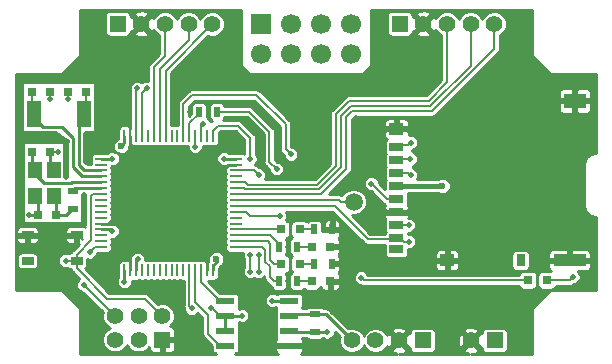
<source format=gtl>
G04 #@! TF.GenerationSoftware,KiCad,Pcbnew,(5.0.0)*
G04 #@! TF.CreationDate,2018-08-10T16:39:42+09:00*
G04 #@! TF.ProjectId,Altimeter,416C74696D657465722E6B696361645F,rev?*
G04 #@! TF.SameCoordinates,Original*
G04 #@! TF.FileFunction,Copper,L1,Top,Signal*
G04 #@! TF.FilePolarity,Positive*
%FSLAX46Y46*%
G04 Gerber Fmt 4.6, Leading zero omitted, Abs format (unit mm)*
G04 Created by KiCad (PCBNEW (5.0.0)) date 08/10/18 16:39:42*
%MOMM*%
%LPD*%
G01*
G04 APERTURE LIST*
G04 #@! TA.AperFunction,ComponentPad*
%ADD10C,1.700000*%
G04 #@! TD*
G04 #@! TA.AperFunction,ComponentPad*
%ADD11R,1.700000X1.700000*%
G04 #@! TD*
G04 #@! TA.AperFunction,ComponentPad*
%ADD12C,1.400000*%
G04 #@! TD*
G04 #@! TA.AperFunction,ComponentPad*
%ADD13R,1.400000X1.400000*%
G04 #@! TD*
G04 #@! TA.AperFunction,SMDPad,CuDef*
%ADD14R,0.900000X0.500000*%
G04 #@! TD*
G04 #@! TA.AperFunction,SMDPad,CuDef*
%ADD15R,0.800000X0.750000*%
G04 #@! TD*
G04 #@! TA.AperFunction,SMDPad,CuDef*
%ADD16R,0.800000X0.800000*%
G04 #@! TD*
G04 #@! TA.AperFunction,SMDPad,CuDef*
%ADD17R,0.500000X0.900000*%
G04 #@! TD*
G04 #@! TA.AperFunction,SMDPad,CuDef*
%ADD18R,1.050000X0.650000*%
G04 #@! TD*
G04 #@! TA.AperFunction,SMDPad,CuDef*
%ADD19R,0.250000X1.000000*%
G04 #@! TD*
G04 #@! TA.AperFunction,SMDPad,CuDef*
%ADD20R,1.000000X0.250000*%
G04 #@! TD*
G04 #@! TA.AperFunction,SMDPad,CuDef*
%ADD21R,1.550000X0.600000*%
G04 #@! TD*
G04 #@! TA.AperFunction,SMDPad,CuDef*
%ADD22R,1.200000X1.400000*%
G04 #@! TD*
G04 #@! TA.AperFunction,SMDPad,CuDef*
%ADD23R,1.300000X2.200000*%
G04 #@! TD*
G04 #@! TA.AperFunction,SMDPad,CuDef*
%ADD24R,1.200000X0.700000*%
G04 #@! TD*
G04 #@! TA.AperFunction,SMDPad,CuDef*
%ADD25R,1.200000X1.000000*%
G04 #@! TD*
G04 #@! TA.AperFunction,SMDPad,CuDef*
%ADD26R,0.800000X1.000000*%
G04 #@! TD*
G04 #@! TA.AperFunction,SMDPad,CuDef*
%ADD27R,2.800000X1.000000*%
G04 #@! TD*
G04 #@! TA.AperFunction,SMDPad,CuDef*
%ADD28R,1.900000X1.300000*%
G04 #@! TD*
G04 #@! TA.AperFunction,ComponentPad*
%ADD29C,1.500000*%
G04 #@! TD*
G04 #@! TA.AperFunction,ViaPad*
%ADD30C,0.500000*%
G04 #@! TD*
G04 #@! TA.AperFunction,ViaPad*
%ADD31C,0.600000*%
G04 #@! TD*
G04 #@! TA.AperFunction,Conductor*
%ADD32C,0.200000*%
G04 #@! TD*
G04 #@! TA.AperFunction,Conductor*
%ADD33C,0.400000*%
G04 #@! TD*
G04 #@! TA.AperFunction,Conductor*
%ADD34C,0.250000*%
G04 #@! TD*
G04 #@! TA.AperFunction,Conductor*
%ADD35C,0.500000*%
G04 #@! TD*
G04 #@! TA.AperFunction,Conductor*
%ADD36C,0.254000*%
G04 #@! TD*
G04 APERTURE END LIST*
D10*
G04 #@! TO.P,U2,8*
G04 #@! TO.N,+3V3*
X153810000Y-74155500D03*
G04 #@! TO.P,U2,7*
X151270000Y-74155500D03*
G04 #@! TO.P,U2,6*
G04 #@! TO.N,N/C*
X148730000Y-74155500D03*
G04 #@! TO.P,U2,5*
G04 #@! TO.N,GND*
X146190000Y-74155500D03*
G04 #@! TO.P,U2,4*
G04 #@! TO.N,+3V3*
X153810000Y-71615500D03*
G04 #@! TO.P,U2,3*
G04 #@! TO.N,/I2C1_SCL*
X151270000Y-71615500D03*
G04 #@! TO.P,U2,2*
G04 #@! TO.N,/I2C1_SDA*
X148730000Y-71615500D03*
D11*
G04 #@! TO.P,U2,1*
G04 #@! TO.N,GND*
X146190000Y-71615500D03*
G04 #@! TD*
D12*
G04 #@! TO.P,J2,6*
G04 #@! TO.N,/DEBUG_TX*
X133826800Y-96349000D03*
G04 #@! TO.P,J2,5*
G04 #@! TO.N,/DEBUG_RX*
X133826800Y-98349000D03*
G04 #@! TO.P,J2,4*
G04 #@! TO.N,/SWCLK*
X135826800Y-96349000D03*
G04 #@! TO.P,J2,3*
G04 #@! TO.N,/SWDIO*
X135826800Y-98349000D03*
D13*
G04 #@! TO.P,J2,1*
G04 #@! TO.N,GND*
X137826800Y-98349000D03*
D12*
G04 #@! TO.P,J2,2*
G04 #@! TO.N,/RESET*
X137826800Y-96349000D03*
G04 #@! TD*
D14*
G04 #@! TO.P,R13,1*
G04 #@! TO.N,Net-(J5-Pad3)*
X150762000Y-97702000D03*
G04 #@! TO.P,R13,2*
G04 #@! TO.N,Net-(J5-Pad4)*
X150762000Y-96202000D03*
G04 #@! TD*
D15*
G04 #@! TO.P,C11,1*
G04 #@! TO.N,/HSE_IN*
X126809800Y-82448600D03*
G04 #@! TO.P,C11,2*
G04 #@! TO.N,GND*
X128309800Y-82448600D03*
G04 #@! TD*
G04 #@! TO.P,C12,2*
G04 #@! TO.N,GND*
X127341800Y-87782600D03*
G04 #@! TO.P,C12,1*
G04 #@! TO.N,Net-(C12-Pad1)*
X128841800Y-87782600D03*
G04 #@! TD*
G04 #@! TO.P,C13,1*
G04 #@! TO.N,/LSE_IN*
X131381801Y-77368600D03*
G04 #@! TO.P,C13,2*
G04 #@! TO.N,GND*
X129881801Y-77368600D03*
G04 #@! TD*
G04 #@! TO.P,C14,2*
G04 #@! TO.N,GND*
X128321800Y-77368600D03*
G04 #@! TO.P,C14,1*
G04 #@! TO.N,/LSE_OUT*
X126821800Y-77368600D03*
G04 #@! TD*
D16*
G04 #@! TO.P,D1,1*
G04 #@! TO.N,Net-(D1-Pad1)*
X170370400Y-93319600D03*
G04 #@! TO.P,D1,2*
G04 #@! TO.N,+3V3*
X168770400Y-93319600D03*
G04 #@! TD*
G04 #@! TO.P,D2,2*
G04 #@! TO.N,Net-(D2-Pad2)*
X150470000Y-93396000D03*
G04 #@! TO.P,D2,1*
G04 #@! TO.N,GND*
X152070000Y-93396000D03*
G04 #@! TD*
G04 #@! TO.P,D3,1*
G04 #@! TO.N,Net-(D3-Pad1)*
X149466500Y-91935500D03*
G04 #@! TO.P,D3,2*
G04 #@! TO.N,/LED_Y*
X147866500Y-91935500D03*
G04 #@! TD*
G04 #@! TO.P,D4,1*
G04 #@! TO.N,GND*
X152070000Y-90475000D03*
G04 #@! TO.P,D4,2*
G04 #@! TO.N,Net-(D4-Pad2)*
X150470000Y-90475000D03*
G04 #@! TD*
G04 #@! TO.P,D5,2*
G04 #@! TO.N,/LED_B*
X147866500Y-89014500D03*
G04 #@! TO.P,D5,1*
G04 #@! TO.N,Net-(D5-Pad1)*
X149466500Y-89014500D03*
G04 #@! TD*
D12*
G04 #@! TO.P,J1,2*
G04 #@! TO.N,GND*
X163976600Y-98412500D03*
D13*
G04 #@! TO.P,J1,1*
G04 #@! TO.N,Net-(D6-Pad2)*
X165976600Y-98412500D03*
G04 #@! TD*
D12*
G04 #@! TO.P,J4,5*
G04 #@! TO.N,/GNSS_1PPS*
X142062500Y-71615500D03*
G04 #@! TO.P,J4,4*
G04 #@! TO.N,/GNSS_TX*
X140062500Y-71615500D03*
G04 #@! TO.P,J4,3*
G04 #@! TO.N,/GNSS_RX*
X138062500Y-71615500D03*
D13*
G04 #@! TO.P,J4,1*
G04 #@! TO.N,+3V3*
X134062500Y-71615500D03*
D12*
G04 #@! TO.P,J4,2*
G04 #@! TO.N,GND*
X136062500Y-71615500D03*
G04 #@! TD*
G04 #@! TO.P,J5,2*
G04 #@! TO.N,GND*
X157880600Y-98412500D03*
D13*
G04 #@! TO.P,J5,1*
G04 #@! TO.N,Net-(D7-Pad2)*
X159880600Y-98412500D03*
D12*
G04 #@! TO.P,J5,3*
G04 #@! TO.N,Net-(J5-Pad3)*
X155880600Y-98412500D03*
G04 #@! TO.P,J5,4*
G04 #@! TO.N,Net-(J5-Pad4)*
X153880600Y-98412500D03*
G04 #@! TD*
D17*
G04 #@! TO.P,R2,1*
G04 #@! TO.N,Net-(D2-Pad2)*
X149226000Y-93396000D03*
G04 #@! TO.P,R2,2*
G04 #@! TO.N,/LED_R*
X147726000Y-93396000D03*
G04 #@! TD*
G04 #@! TO.P,R3,2*
G04 #@! TO.N,Net-(D3-Pad1)*
X150710500Y-91935500D03*
G04 #@! TO.P,R3,1*
G04 #@! TO.N,GND*
X152210500Y-91935500D03*
G04 #@! TD*
G04 #@! TO.P,R4,1*
G04 #@! TO.N,Net-(D4-Pad2)*
X149226000Y-90475000D03*
G04 #@! TO.P,R4,2*
G04 #@! TO.N,/LED_G*
X147726000Y-90475000D03*
G04 #@! TD*
G04 #@! TO.P,R5,2*
G04 #@! TO.N,Net-(D5-Pad1)*
X150710500Y-89014500D03*
G04 #@! TO.P,R5,1*
G04 #@! TO.N,GND*
X152210500Y-89014500D03*
G04 #@! TD*
D14*
G04 #@! TO.P,R6,2*
G04 #@! TO.N,Net-(C12-Pad1)*
X130238800Y-87262600D03*
G04 #@! TO.P,R6,1*
G04 #@! TO.N,/HSE_OUT*
X130238800Y-85762600D03*
G04 #@! TD*
D17*
G04 #@! TO.P,R12,2*
G04 #@! TO.N,/SD_CLK*
X140943500Y-79045000D03*
G04 #@! TO.P,R12,1*
G04 #@! TO.N,Net-(J3-Pad5)*
X142443500Y-79045000D03*
G04 #@! TD*
D18*
G04 #@! TO.P,SW1,4*
G04 #@! TO.N,GND*
X126423600Y-89514100D03*
G04 #@! TO.P,SW1,3*
X130573600Y-89514100D03*
G04 #@! TO.P,SW1,2*
G04 #@! TO.N,N/C*
X126423600Y-91664100D03*
G04 #@! TO.P,SW1,1*
G04 #@! TO.N,/RESET*
X130573600Y-91664100D03*
G04 #@! TD*
D19*
G04 #@! TO.P,U1,64*
G04 #@! TO.N,+3V3*
X134616800Y-81066600D03*
G04 #@! TO.P,U1,63*
G04 #@! TO.N,GND*
X135116800Y-81066600D03*
G04 #@! TO.P,U1,62*
G04 #@! TO.N,/I2C1_SDA*
X135616800Y-81066600D03*
G04 #@! TO.P,U1,61*
G04 #@! TO.N,/I2C1_SCL*
X136116800Y-81066600D03*
G04 #@! TO.P,U1,60*
G04 #@! TO.N,N/C*
X136616800Y-81066600D03*
G04 #@! TO.P,U1,59*
G04 #@! TO.N,/GNSS_RX*
X137116800Y-81066600D03*
G04 #@! TO.P,U1,58*
G04 #@! TO.N,/GNSS_TX*
X137616800Y-81066600D03*
G04 #@! TO.P,U1,57*
G04 #@! TO.N,/GNSS_1PPS*
X138116800Y-81066600D03*
G04 #@! TO.P,U1,56*
G04 #@! TO.N,N/C*
X138616800Y-81066600D03*
G04 #@! TO.P,U1,55*
X139116800Y-81066600D03*
G04 #@! TO.P,U1,54*
G04 #@! TO.N,/SD_CMD*
X139616800Y-81066600D03*
G04 #@! TO.P,U1,53*
G04 #@! TO.N,/SD_CLK*
X140116800Y-81066600D03*
G04 #@! TO.P,U1,52*
G04 #@! TO.N,/SD_DAT3*
X140616800Y-81066600D03*
G04 #@! TO.P,U1,51*
G04 #@! TO.N,/SD_DAT2*
X141116800Y-81066600D03*
G04 #@! TO.P,U1,50*
G04 #@! TO.N,N/C*
X141616800Y-81066600D03*
G04 #@! TO.P,U1,49*
G04 #@! TO.N,/SWCLK*
X142116800Y-81066600D03*
D20*
G04 #@! TO.P,U1,48*
G04 #@! TO.N,+3V3*
X144066800Y-83016600D03*
G04 #@! TO.P,U1,47*
G04 #@! TO.N,GND*
X144066800Y-83516600D03*
G04 #@! TO.P,U1,46*
G04 #@! TO.N,/SWDIO*
X144066800Y-84016600D03*
G04 #@! TO.P,U1,45*
G04 #@! TO.N,N/C*
X144066800Y-84516600D03*
G04 #@! TO.P,U1,44*
G04 #@! TO.N,/TRIGGER*
X144066800Y-85016600D03*
G04 #@! TO.P,U1,43*
G04 #@! TO.N,/BUZZER*
X144066800Y-85516600D03*
G04 #@! TO.P,U1,42*
G04 #@! TO.N,/FLIGHTPIN*
X144066800Y-86016600D03*
G04 #@! TO.P,U1,41*
G04 #@! TO.N,Net-(TP1-Pad1)*
X144066800Y-86516600D03*
G04 #@! TO.P,U1,40*
G04 #@! TO.N,/SD_DAT1*
X144066800Y-87016600D03*
G04 #@! TO.P,U1,39*
G04 #@! TO.N,/SD_DAT0*
X144066800Y-87516600D03*
G04 #@! TO.P,U1,38*
G04 #@! TO.N,N/C*
X144066800Y-88016600D03*
G04 #@! TO.P,U1,37*
X144066800Y-88516600D03*
G04 #@! TO.P,U1,36*
G04 #@! TO.N,/LED_B*
X144066800Y-89016600D03*
G04 #@! TO.P,U1,35*
G04 #@! TO.N,/LED_G*
X144066800Y-89516600D03*
G04 #@! TO.P,U1,34*
G04 #@! TO.N,/LED_Y*
X144066800Y-90016600D03*
G04 #@! TO.P,U1,33*
G04 #@! TO.N,/LED_R*
X144066800Y-90516600D03*
D19*
G04 #@! TO.P,U1,32*
G04 #@! TO.N,+3V3*
X142116800Y-92466600D03*
G04 #@! TO.P,U1,31*
G04 #@! TO.N,GND*
X141616800Y-92466600D03*
G04 #@! TO.P,U1,30*
G04 #@! TO.N,/RS485_RX*
X141116800Y-92466600D03*
G04 #@! TO.P,U1,29*
G04 #@! TO.N,/RS485_TX*
X140616800Y-92466600D03*
G04 #@! TO.P,U1,28*
G04 #@! TO.N,/RS485_EN*
X140116800Y-92466600D03*
G04 #@! TO.P,U1,27*
G04 #@! TO.N,N/C*
X139616800Y-92466600D03*
G04 #@! TO.P,U1,26*
X139116800Y-92466600D03*
G04 #@! TO.P,U1,25*
X138616800Y-92466600D03*
G04 #@! TO.P,U1,24*
X138116800Y-92466600D03*
G04 #@! TO.P,U1,23*
X137616800Y-92466600D03*
G04 #@! TO.P,U1,22*
X137116800Y-92466600D03*
G04 #@! TO.P,U1,21*
X136616800Y-92466600D03*
G04 #@! TO.P,U1,20*
X136116800Y-92466600D03*
G04 #@! TO.P,U1,19*
G04 #@! TO.N,+3V3*
X135616800Y-92466600D03*
G04 #@! TO.P,U1,18*
G04 #@! TO.N,GND*
X135116800Y-92466600D03*
G04 #@! TO.P,U1,17*
G04 #@! TO.N,/DEBUG_RX*
X134616800Y-92466600D03*
D20*
G04 #@! TO.P,U1,16*
G04 #@! TO.N,/DEBUG_TX*
X132666800Y-90516600D03*
G04 #@! TO.P,U1,15*
G04 #@! TO.N,N/C*
X132666800Y-90016600D03*
G04 #@! TO.P,U1,14*
X132666800Y-89516600D03*
G04 #@! TO.P,U1,13*
G04 #@! TO.N,+3V3*
X132666800Y-89016600D03*
G04 #@! TO.P,U1,12*
G04 #@! TO.N,GND*
X132666800Y-88516600D03*
G04 #@! TO.P,U1,11*
G04 #@! TO.N,N/C*
X132666800Y-88016600D03*
G04 #@! TO.P,U1,10*
X132666800Y-87516600D03*
G04 #@! TO.P,U1,9*
X132666800Y-87016600D03*
G04 #@! TO.P,U1,8*
X132666800Y-86516600D03*
G04 #@! TO.P,U1,7*
G04 #@! TO.N,/RESET*
X132666800Y-86016600D03*
G04 #@! TO.P,U1,6*
G04 #@! TO.N,/HSE_OUT*
X132666800Y-85516600D03*
G04 #@! TO.P,U1,5*
G04 #@! TO.N,/HSE_IN*
X132666800Y-85016600D03*
G04 #@! TO.P,U1,4*
G04 #@! TO.N,/LSE_OUT*
X132666800Y-84516600D03*
G04 #@! TO.P,U1,3*
G04 #@! TO.N,/LSE_IN*
X132666800Y-84016600D03*
G04 #@! TO.P,U1,2*
G04 #@! TO.N,N/C*
X132666800Y-83516600D03*
G04 #@! TO.P,U1,1*
G04 #@! TO.N,+3V3*
X132666800Y-83016600D03*
G04 #@! TD*
D21*
G04 #@! TO.P,U3,8*
G04 #@! TO.N,+3V3*
X148585200Y-95047000D03*
G04 #@! TO.P,U3,7*
G04 #@! TO.N,Net-(J5-Pad4)*
X148585200Y-96317000D03*
G04 #@! TO.P,U3,6*
G04 #@! TO.N,Net-(J5-Pad3)*
X148585200Y-97587000D03*
G04 #@! TO.P,U3,5*
G04 #@! TO.N,GND*
X148585200Y-98857000D03*
G04 #@! TO.P,U3,4*
G04 #@! TO.N,/RS485_TX*
X143185200Y-98857000D03*
G04 #@! TO.P,U3,3*
G04 #@! TO.N,/RS485_EN*
X143185200Y-97587000D03*
G04 #@! TO.P,U3,2*
X143185200Y-96317000D03*
G04 #@! TO.P,U3,1*
G04 #@! TO.N,/RS485_RX*
X143185200Y-95047000D03*
G04 #@! TD*
D22*
G04 #@! TO.P,Y1,4*
G04 #@! TO.N,GND*
X128625800Y-84015600D03*
G04 #@! TO.P,Y1,3*
G04 #@! TO.N,Net-(C12-Pad1)*
X128625800Y-86215600D03*
G04 #@! TO.P,Y1,2*
G04 #@! TO.N,GND*
X127025800Y-86215600D03*
G04 #@! TO.P,Y1,1*
G04 #@! TO.N,/HSE_IN*
X127025800Y-84015600D03*
G04 #@! TD*
D23*
G04 #@! TO.P,Y2,2*
G04 #@! TO.N,/LSE_OUT*
X126995800Y-79273600D03*
G04 #@! TO.P,Y2,1*
G04 #@! TO.N,/LSE_IN*
X131195800Y-79273600D03*
G04 #@! TD*
D24*
G04 #@! TO.P,J3,9*
G04 #@! TO.N,N/C*
X157664600Y-90687000D03*
G04 #@! TO.P,J3,8*
G04 #@! TO.N,/SD_DAT1*
X157664600Y-89737000D03*
G04 #@! TO.P,J3,1*
G04 #@! TO.N,/SD_DAT2*
X157664600Y-82037000D03*
G04 #@! TO.P,J3,2*
G04 #@! TO.N,/SD_DAT3*
X157664600Y-83137000D03*
G04 #@! TO.P,J3,3*
G04 #@! TO.N,/SD_CMD*
X157664600Y-84237000D03*
G04 #@! TO.P,J3,4*
G04 #@! TO.N,VDD*
X157664600Y-85337000D03*
G04 #@! TO.P,J3,5*
G04 #@! TO.N,Net-(J3-Pad5)*
X157664600Y-86437000D03*
G04 #@! TO.P,J3,6*
G04 #@! TO.N,GND*
X157664600Y-87537000D03*
G04 #@! TO.P,J3,7*
G04 #@! TO.N,/SD_DAT0*
X157664600Y-88637000D03*
D25*
G04 #@! TO.P,J3,11*
G04 #@! TO.N,GND*
X157664600Y-80487000D03*
X161964600Y-91637000D03*
D26*
G04 #@! TO.P,J3,10*
G04 #@! TO.N,N/C*
X168164600Y-91637000D03*
D27*
G04 #@! TO.P,J3,11*
G04 #@! TO.N,GND*
X172314600Y-91637000D03*
D28*
X172764600Y-78137000D03*
G04 #@! TD*
D12*
G04 #@! TO.P,J6,5*
G04 #@! TO.N,/FLIGHTPIN*
X165937500Y-71615500D03*
G04 #@! TO.P,J6,4*
G04 #@! TO.N,/BUZZER*
X163937500Y-71615500D03*
G04 #@! TO.P,J6,3*
G04 #@! TO.N,/TRIGGER*
X161937500Y-71615500D03*
D13*
G04 #@! TO.P,J6,1*
G04 #@! TO.N,+3V3*
X157937500Y-71615500D03*
D12*
G04 #@! TO.P,J6,2*
G04 #@! TO.N,GND*
X159937500Y-71615500D03*
G04 #@! TD*
D29*
G04 #@! TO.P,TP1,1*
G04 #@! TO.N,Net-(TP1-Pad1)*
X154051000Y-86677500D03*
G04 #@! TD*
D30*
G04 #@! TO.N,GND*
X129857800Y-78003600D03*
X125920800Y-81559600D03*
X126809800Y-81559600D03*
X128841800Y-81559600D03*
X127825800Y-81559600D03*
X125920800Y-83337600D03*
X125920800Y-82448600D03*
X125920800Y-84226600D03*
X125920800Y-86004600D03*
X125920800Y-87782600D03*
X128841800Y-80924586D03*
X127825800Y-80924600D03*
X126809800Y-80924600D03*
X127952800Y-76479600D03*
X126936800Y-76479600D03*
X129095800Y-76479600D03*
X130238800Y-76479600D03*
X128587800Y-88671600D03*
X129984800Y-88671600D03*
X127190800Y-88671600D03*
X125920800Y-85115600D03*
X138290600Y-88493800D03*
X138798300Y-89827100D03*
X141020800Y-89827100D03*
X125920800Y-88671600D03*
X129641600Y-89509600D03*
X148666500Y-87871500D03*
X154064000Y-82029500D03*
X156540500Y-81966000D03*
X156540500Y-83591400D03*
X154064000Y-83337600D03*
X148933200Y-80810300D03*
X147587000Y-80810300D03*
X147587000Y-82016800D03*
X146037600Y-82016800D03*
X146647200Y-79476800D03*
X145897900Y-80797600D03*
X143980200Y-80823000D03*
X144640600Y-82372200D03*
X154216400Y-87947500D03*
X152146000Y-87884000D03*
X153556000Y-89255800D03*
X152336500Y-85852200D03*
X153797000Y-84645500D03*
X156527500Y-86995200D03*
X148742400Y-79476600D03*
X131127500Y-70675500D03*
X131127500Y-74231500D03*
X152044400Y-76022200D03*
X142011400Y-85750400D03*
X136829800Y-94386400D03*
X137935000Y-95123200D03*
X134823200Y-99339400D03*
X155752800Y-70662800D03*
X155702000Y-72415400D03*
X159080200Y-72847200D03*
X156870400Y-72821800D03*
X159842200Y-77419200D03*
X154178000Y-77470000D03*
X159588200Y-79705200D03*
X161417000Y-79197200D03*
X168859200Y-70662800D03*
X174294800Y-76123800D03*
X162826700Y-86182200D03*
X168884600Y-99314000D03*
X174320200Y-93903800D03*
X125730000Y-93878400D03*
X131140200Y-99288600D03*
X131826000Y-92024200D03*
X139446000Y-93522800D03*
X140589000Y-88468200D03*
X142011400Y-88849200D03*
X133604000Y-88366600D03*
X140589000Y-84378800D03*
X138633200Y-84378800D03*
X136347200Y-84404200D03*
X134264400Y-83743800D03*
X136880600Y-82956400D03*
X140665200Y-82931000D03*
X142062200Y-82143600D03*
X143027404Y-84048600D03*
X142837200Y-80823000D03*
X156553200Y-85293400D03*
X159118600Y-89332000D03*
X148476000Y-93395800D03*
X156578600Y-89230400D03*
X155486400Y-89230400D03*
X162941000Y-70662800D03*
X174294800Y-80670400D03*
X174294800Y-89585800D03*
X139050000Y-70675000D03*
X130400000Y-94600000D03*
X169600000Y-75400000D03*
X157400000Y-77450000D03*
X136875000Y-90275000D03*
X136025000Y-88150000D03*
X161086800Y-99364800D03*
X154875000Y-99375000D03*
X159175000Y-82347000D03*
X160775000Y-83500000D03*
X160775000Y-89425000D03*
X147155200Y-95859800D03*
X141414500Y-99339400D03*
X139459000Y-94843800D03*
X140830600Y-96317000D03*
X144564400Y-99339600D03*
X147180600Y-99288800D03*
X152527000Y-98018600D03*
X133718600Y-85776000D03*
X149974600Y-95377200D03*
X166662400Y-96977400D03*
X162903200Y-96977400D03*
X162903200Y-95275600D03*
X166662400Y-95275600D03*
X160642600Y-97180600D03*
X164757400Y-95275600D03*
X164757400Y-96977400D03*
X151244600Y-99288800D03*
X143015000Y-87300000D03*
X155334000Y-86665000D03*
X154038600Y-85420400D03*
X131254800Y-76479600D03*
X139052600Y-75565200D03*
X137350800Y-74015800D03*
X138849400Y-79984800D03*
X141694200Y-78511600D03*
X140195600Y-79095800D03*
X145605800Y-78486200D03*
X145605800Y-78486200D03*
X145605800Y-78486200D03*
X145605800Y-78486200D03*
X145605800Y-78486200D03*
X145605800Y-78486200D03*
X145605800Y-78486200D03*
X150685800Y-84607600D03*
X146875800Y-84480600D03*
X151854200Y-83312200D03*
X151905000Y-80810300D03*
X151879600Y-82042200D03*
X149212600Y-82042200D03*
X148171200Y-83286800D03*
X151905000Y-79502200D03*
X156502400Y-80238800D03*
X154051300Y-80810300D03*
X148476000Y-90475000D03*
X134747000Y-94208600D03*
X159232600Y-83743800D03*
X134975594Y-91541600D03*
X141605000Y-91541600D03*
X126517400Y-87782400D03*
X132334006Y-77546200D03*
X132334000Y-76479400D03*
X132334000Y-78587600D03*
X132333998Y-79705200D03*
X132334000Y-80924400D03*
X131394208Y-82143600D03*
X131394200Y-83337400D03*
X131394200Y-80924400D03*
X128333800Y-78003600D03*
X129717800Y-84531200D03*
X129717800Y-81559404D03*
X129006600Y-82448400D03*
X129717800Y-83566002D03*
X129717800Y-82549998D03*
X131191000Y-86106004D03*
X131191000Y-87376000D03*
X131191000Y-88671396D03*
X125920800Y-86893600D03*
X125857000Y-79806800D03*
X125857004Y-78638400D03*
X125857000Y-77495400D03*
X125857000Y-76479401D03*
X125857000Y-80924400D03*
D31*
X144564400Y-75565200D03*
D30*
X135051800Y-78460600D03*
X133477000Y-82169000D03*
X138455400Y-86436200D03*
X140589000Y-86436200D03*
X133324600Y-72847200D03*
X136474200Y-75615800D03*
X152933400Y-94208600D03*
X154609800Y-96443800D03*
X154432000Y-94284800D03*
X156438600Y-94564200D03*
X160375600Y-96240600D03*
X157886400Y-96240600D03*
X158699200Y-94589600D03*
X161137600Y-94615000D03*
X154813000Y-90347800D03*
X153009600Y-92684600D03*
X143852900Y-91782900D03*
X144018000Y-93383100D03*
X144653000Y-95491300D03*
X135204200Y-82016600D03*
X138849100Y-78460600D03*
X133642100Y-80175100D03*
X133337300Y-76708000D03*
X165341300Y-89789000D03*
X166801800Y-89877900D03*
X167195500Y-88277700D03*
X157657800Y-91617800D03*
X162318700Y-89420700D03*
X162801300Y-87820500D03*
X165265100Y-86194900D03*
X167043100Y-91871800D03*
X165227000Y-87807800D03*
X169595800Y-89573100D03*
X164884100Y-80657700D03*
X164884100Y-84988400D03*
X169468800Y-94488000D03*
X155346400Y-92659200D03*
X161975800Y-92684600D03*
X158521400Y-92659200D03*
X164744400Y-92684600D03*
X158648400Y-87528400D03*
X158775400Y-86106000D03*
X141846600Y-72898200D03*
X173304200Y-85013800D03*
X144920000Y-79629200D03*
X143218200Y-79629200D03*
X154216400Y-79603800D03*
X170612100Y-80670600D03*
X170561300Y-85014000D03*
G04 #@! TO.N,+3V3*
X147155200Y-95047000D03*
X135737596Y-91516200D03*
X133604000Y-89154000D03*
D31*
X142417800Y-91516200D03*
D30*
X143052800Y-83007196D03*
D31*
X134366000Y-81965800D03*
D30*
X133603996Y-83007200D03*
X154673300Y-93103700D03*
G04 #@! TO.N,/RESET*
X129641600Y-91643200D03*
G04 #@! TO.N,Net-(D1-Pad1)*
X172618400Y-93040200D03*
G04 #@! TO.N,/SWDIO*
X145986496Y-84391500D03*
X145986800Y-91186200D03*
X145986500Y-92583002D03*
G04 #@! TO.N,/SWCLK*
X145275600Y-91186200D03*
X145275600Y-83032801D03*
X145277840Y-92583002D03*
G04 #@! TO.N,/DEBUG_RX*
X134620000Y-93421200D03*
G04 #@! TO.N,/DEBUG_TX*
X131191000Y-93726006D03*
X131699000Y-90932000D03*
G04 #@! TO.N,/SD_DAT2*
X158851602Y-81661000D03*
X141287800Y-80061000D03*
G04 #@! TO.N,/SD_DAT3*
X158850000Y-83050000D03*
X140614400Y-82016600D03*
G04 #@! TO.N,Net-(J3-Pad5)*
X155524500Y-85141000D03*
X147523200Y-83896200D03*
G04 #@! TO.N,/SD_DAT0*
X158724600Y-88646000D03*
X147777500Y-87871500D03*
G04 #@! TO.N,/SD_DAT1*
X158724600Y-90042998D03*
G04 #@! TO.N,/SD_CMD*
X148730000Y-82664502D03*
X158851600Y-84429599D03*
G04 #@! TO.N,Net-(J5-Pad3)*
X151803400Y-97702000D03*
G04 #@! TO.N,/RS485_EN*
X144564400Y-96317000D03*
X140309604Y-95681800D03*
X141935200Y-95681800D03*
G04 #@! TO.N,/I2C1_SDA*
X135712200Y-77038200D03*
G04 #@! TO.N,/I2C1_SCL*
X136499600Y-77038200D03*
D31*
G04 #@! TO.N,VDD*
X161557000Y-85331500D03*
G04 #@! TD*
D32*
G04 #@! TO.N,GND*
X129881801Y-77368600D02*
X129881801Y-77979599D01*
X129881801Y-77979599D02*
X129857800Y-78003600D01*
X127025800Y-86215600D02*
X127025800Y-86115600D01*
D33*
X129730800Y-81559600D02*
X129730800Y-81559600D01*
X125920800Y-85115600D02*
X125920800Y-85115600D01*
X125920800Y-86893600D02*
X125920800Y-86893600D01*
D34*
X128309800Y-83699600D02*
X128625800Y-84015600D01*
X128309800Y-82448600D02*
X128309800Y-83699600D01*
X127317800Y-86507600D02*
X127025800Y-86215600D01*
X127341800Y-87782600D02*
X127317800Y-87758600D01*
X127317800Y-87758600D02*
X127317800Y-86507600D01*
X131039600Y-89826600D02*
X131039600Y-89826600D01*
X130569100Y-89509600D02*
X130573600Y-89514100D01*
X129641600Y-89509600D02*
X130569100Y-89509600D01*
X133454000Y-88516600D02*
X133604000Y-88366600D01*
X132666800Y-88516600D02*
X133454000Y-88516600D01*
X135116800Y-92466600D02*
X135116800Y-91682806D01*
X135116800Y-91682806D02*
X134975594Y-91541600D01*
X141616800Y-92466600D02*
X141616800Y-91553400D01*
X141616800Y-91553400D02*
X141605000Y-91541600D01*
X144066800Y-83516600D02*
X143419804Y-83516600D01*
X143419804Y-83516600D02*
X143027404Y-83909000D01*
X143027404Y-83909000D02*
X143027404Y-84048600D01*
X126517600Y-87782600D02*
X126517400Y-87782400D01*
X127341800Y-87782600D02*
X126517600Y-87782600D01*
D35*
X131394208Y-82143600D02*
X131394208Y-83337392D01*
X131394208Y-83337392D02*
X131394200Y-83337400D01*
X131394208Y-82143600D02*
X131394208Y-80924408D01*
X131394208Y-80924408D02*
X131394200Y-80924400D01*
X131394200Y-80924400D02*
X132334000Y-80924400D01*
X132334000Y-79705202D02*
X132333998Y-79705200D01*
X132334000Y-80924400D02*
X132334000Y-79705202D01*
X132333998Y-78587602D02*
X132334000Y-78587600D01*
X132333998Y-79705200D02*
X132333998Y-78587602D01*
X132334000Y-77546206D02*
X132334006Y-77546200D01*
X132334000Y-78587600D02*
X132334000Y-77546206D01*
X132334006Y-76479406D02*
X132334000Y-76479400D01*
X132334006Y-77546200D02*
X132334006Y-76479406D01*
X131255000Y-76479400D02*
X131254800Y-76479600D01*
X132334000Y-76479400D02*
X131255000Y-76479400D01*
X131254800Y-76479600D02*
X130238800Y-76479600D01*
X130238800Y-76479600D02*
X129095800Y-76479600D01*
X129095800Y-76479600D02*
X127952800Y-76479600D01*
X126936800Y-76479600D02*
X127952800Y-76479600D01*
D32*
X128321800Y-77368600D02*
X128321800Y-77991600D01*
X128321800Y-77991600D02*
X128333800Y-78003600D01*
D35*
X125920800Y-81559600D02*
X126809800Y-81559600D01*
X126809800Y-81559600D02*
X127825800Y-81559600D01*
X128841800Y-81559600D02*
X129717604Y-81559600D01*
X129717604Y-81559600D02*
X129717800Y-81559404D01*
D32*
X129006400Y-82448600D02*
X129006600Y-82448400D01*
X128309800Y-82448600D02*
X129006400Y-82448600D01*
D35*
X129717800Y-84531200D02*
X129717800Y-83566002D01*
X129717800Y-81559404D02*
X129717800Y-82549998D01*
X129717800Y-83566002D02*
X129717800Y-82549998D01*
X131191000Y-86106004D02*
X131191000Y-87376000D01*
X131191000Y-87376000D02*
X131191000Y-88671396D01*
X129985004Y-88671396D02*
X129984800Y-88671600D01*
X131191000Y-88671396D02*
X129985004Y-88671396D01*
X129984800Y-88671600D02*
X128587800Y-88671600D01*
X128587800Y-88671600D02*
X127190800Y-88671600D01*
X127190800Y-88671600D02*
X125920800Y-88671600D01*
X125920800Y-88671600D02*
X125920800Y-87782600D01*
X125920800Y-87782600D02*
X125920800Y-86893600D01*
X125920800Y-86004600D02*
X125920800Y-86893600D01*
X125920800Y-86004600D02*
X125920800Y-85115600D01*
X125920800Y-85115600D02*
X125920800Y-84226600D01*
X125920800Y-83337600D02*
X125920800Y-84226600D01*
X125920800Y-81559600D02*
X125920800Y-82448600D01*
X125920800Y-82448600D02*
X125920800Y-83337600D01*
X127825800Y-81559600D02*
X128841800Y-81559600D01*
X127825814Y-80924586D02*
X127825800Y-80924600D01*
X128841800Y-80924586D02*
X127825814Y-80924586D01*
X127825800Y-80924600D02*
X126809800Y-80924600D01*
X126809800Y-80924600D02*
X125857200Y-80924600D01*
X125857200Y-80924600D02*
X125857000Y-80924400D01*
X125857000Y-80924400D02*
X125857000Y-79806800D01*
X125857000Y-78638404D02*
X125857004Y-78638400D01*
X125857000Y-79806800D02*
X125857000Y-78638404D01*
X125857004Y-77495404D02*
X125857000Y-77495400D01*
X125857004Y-78638400D02*
X125857004Y-77495404D01*
X125857000Y-76479401D02*
X125857000Y-77495400D01*
X126936601Y-76479401D02*
X126936800Y-76479600D01*
X125857000Y-76479401D02*
X126936601Y-76479401D01*
D34*
X135116800Y-81066600D02*
X135116800Y-81929200D01*
X135116800Y-81929200D02*
X135204200Y-82016600D01*
D32*
X134366000Y-82905600D02*
X134366000Y-83743800D01*
X133477000Y-82169000D02*
X133629400Y-82169000D01*
X133629400Y-82169000D02*
X134366000Y-82905600D01*
D34*
X157664600Y-87537000D02*
X158639800Y-87537000D01*
X158639800Y-87537000D02*
X158648400Y-87528400D01*
G04 #@! TO.N,+3V3*
X148585200Y-95047000D02*
X147167900Y-95047000D01*
X133466600Y-89016600D02*
X133604000Y-89154000D01*
X132666800Y-89016600D02*
X133466600Y-89016600D01*
X135616800Y-91636996D02*
X135616800Y-92466600D01*
X135737596Y-91516200D02*
X135616800Y-91636996D01*
X142116800Y-92466600D02*
X142116800Y-92091600D01*
X142491800Y-91716600D02*
X142491800Y-91590200D01*
X142116800Y-92091600D02*
X142491800Y-91716600D01*
X142491800Y-91590200D02*
X142417800Y-91516200D01*
X143062204Y-83016600D02*
X143052800Y-83007196D01*
X144066800Y-83016600D02*
X143062204Y-83016600D01*
X134616800Y-81715000D02*
X134366000Y-81965800D01*
X134616800Y-81066600D02*
X134616800Y-81715000D01*
X133594596Y-83016600D02*
X133603996Y-83007200D01*
X132666800Y-83016600D02*
X133594596Y-83016600D01*
D32*
X154889200Y-93319600D02*
X154673300Y-93103700D01*
X168770400Y-93319600D02*
X154889200Y-93319600D01*
G04 #@! TO.N,/RESET*
X129641600Y-91643200D02*
X130552700Y-91643200D01*
X136346800Y-94869000D02*
X137826800Y-96349000D01*
X133159500Y-94869000D02*
X136346800Y-94869000D01*
X130573600Y-91664100D02*
X130573600Y-92283100D01*
X130573600Y-92283100D02*
X133159500Y-94869000D01*
X131766402Y-89946298D02*
X130573600Y-91139100D01*
X132666800Y-86016600D02*
X131966800Y-86016600D01*
X131766402Y-86216998D02*
X131766402Y-89946298D01*
X131966800Y-86016600D02*
X131766402Y-86216998D01*
X130573600Y-91139100D02*
X130573600Y-91664100D01*
D34*
G04 #@! TO.N,/HSE_IN*
X126809800Y-83799600D02*
X127025800Y-84015600D01*
X126809800Y-82448600D02*
X126809800Y-83799600D01*
X127025800Y-84300602D02*
X127025800Y-84015600D01*
X127840798Y-85115600D02*
X127025800Y-84300602D01*
X130111800Y-85115600D02*
X127840798Y-85115600D01*
X132666800Y-85016600D02*
X130210800Y-85016600D01*
X130210800Y-85016600D02*
X130111800Y-85115600D01*
G04 #@! TO.N,Net-(C12-Pad1)*
X128841800Y-86431600D02*
X128625800Y-86215600D01*
X128841800Y-87782600D02*
X128841800Y-86431600D01*
X130186800Y-87262600D02*
X130238800Y-87262600D01*
X128841800Y-87782600D02*
X129666800Y-87782600D01*
X129666800Y-87782600D02*
X130186800Y-87262600D01*
D32*
G04 #@! TO.N,/LSE_IN*
X131381801Y-79087599D02*
X131195800Y-79273600D01*
X131381801Y-77368600D02*
X131381801Y-79087599D01*
D34*
X130746800Y-83568602D02*
X130746800Y-80172600D01*
X131194798Y-84016600D02*
X130746800Y-83568602D01*
X132666800Y-84016600D02*
X131194798Y-84016600D01*
X130746800Y-80172600D02*
X131195800Y-79723600D01*
X131195800Y-79723600D02*
X131195800Y-79273600D01*
D32*
G04 #@! TO.N,/LSE_OUT*
X126821801Y-79099600D02*
X126995800Y-79273600D01*
X126821800Y-77368600D02*
X126821801Y-79099600D01*
D34*
X126995800Y-79586600D02*
X126995800Y-79273600D01*
X131058387Y-84516600D02*
X130296789Y-83755002D01*
X130296789Y-83755002D02*
X130296789Y-81274789D01*
X130296789Y-81274789D02*
X129362200Y-80340200D01*
X132666800Y-84516600D02*
X131058387Y-84516600D01*
X129362200Y-80340200D02*
X127749400Y-80340200D01*
X127749400Y-80340200D02*
X126995800Y-79586600D01*
D32*
G04 #@! TO.N,Net-(D1-Pad1)*
X170370400Y-93319600D02*
X172313600Y-93319600D01*
X172313600Y-93319600D02*
X172593000Y-93040200D01*
X172593000Y-93040200D02*
X172618400Y-93040200D01*
G04 #@! TO.N,/LED_R*
X147269500Y-93396000D02*
X147726000Y-93396000D01*
X146295100Y-90516600D02*
X146571000Y-90792500D01*
X144066800Y-90516600D02*
X146295100Y-90516600D01*
X146571000Y-90792500D02*
X146571000Y-91745000D01*
X146952000Y-92126000D02*
X146952000Y-93078500D01*
X146571000Y-91745000D02*
X146952000Y-92126000D01*
X146952000Y-93078500D02*
X147269500Y-93396000D01*
G04 #@! TO.N,Net-(D3-Pad1)*
X149466500Y-91935500D02*
X150710500Y-91935500D01*
G04 #@! TO.N,/LED_Y*
X147333000Y-91935500D02*
X147866500Y-91935500D01*
X146977400Y-91579900D02*
X147333000Y-91935500D01*
X146977400Y-90246400D02*
X146977400Y-91579900D01*
X144066800Y-90016600D02*
X146747600Y-90016600D01*
X146747600Y-90016600D02*
X146977400Y-90246400D01*
G04 #@! TO.N,/LED_G*
X147726000Y-90275000D02*
X147726000Y-90475000D01*
X146967600Y-89516600D02*
X147726000Y-90275000D01*
X144066800Y-89516600D02*
X146967600Y-89516600D01*
G04 #@! TO.N,/LED_B*
X147864400Y-89016600D02*
X147866500Y-89014500D01*
X144066800Y-89016600D02*
X147864400Y-89016600D01*
G04 #@! TO.N,Net-(D5-Pad1)*
X149466500Y-89014500D02*
X150710500Y-89014500D01*
G04 #@! TO.N,/SWDIO*
X145611596Y-84016600D02*
X145986496Y-84391500D01*
X145611596Y-84016600D02*
X144066800Y-84016600D01*
X145986800Y-91186200D02*
X145986800Y-92582702D01*
X145986800Y-92582702D02*
X145986500Y-92583002D01*
G04 #@! TO.N,/SWCLK*
X145275600Y-81267600D02*
X145275600Y-83032801D01*
X144246800Y-80238800D02*
X145275600Y-81267600D01*
X142569600Y-80238800D02*
X144246800Y-80238800D01*
X142116800Y-81066600D02*
X142116800Y-80691600D01*
X142116800Y-80691600D02*
X142569600Y-80238800D01*
X145275600Y-92580762D02*
X145277840Y-92583002D01*
X145275600Y-91186200D02*
X145275600Y-92580762D01*
D34*
G04 #@! TO.N,/DEBUG_RX*
X134616800Y-93216600D02*
X134616800Y-93216600D01*
X134616800Y-93418000D02*
X134620000Y-93421200D01*
X134616800Y-92466600D02*
X134616800Y-93418000D01*
D32*
G04 #@! TO.N,/DEBUG_TX*
X131203806Y-93726006D02*
X131191000Y-93726006D01*
X133813994Y-96349000D02*
X133826800Y-96349000D01*
X131191000Y-93726006D02*
X133813994Y-96349000D01*
X132114400Y-90516600D02*
X131699000Y-90932000D01*
X132666800Y-90516600D02*
X132114400Y-90516600D01*
G04 #@! TO.N,/SD_DAT2*
X157851600Y-81850000D02*
X157664600Y-82037000D01*
X158675000Y-81850000D02*
X157851600Y-81850000D01*
X158851602Y-81661000D02*
X158851602Y-81673398D01*
X158851602Y-81673398D02*
X158675000Y-81850000D01*
X141116800Y-80232000D02*
X141287800Y-80061000D01*
X141116800Y-81066600D02*
X141116800Y-80232000D01*
G04 #@! TO.N,/SD_DAT3*
X157751600Y-83050000D02*
X158850000Y-83050000D01*
X157664600Y-83137000D02*
X157751600Y-83050000D01*
X140616800Y-82014200D02*
X140614400Y-82016600D01*
X140616800Y-81066600D02*
X140616800Y-82014200D01*
G04 #@! TO.N,Net-(J3-Pad5)*
X155724499Y-85340999D02*
X155524500Y-85141000D01*
X156820500Y-86437000D02*
X155724499Y-85340999D01*
X157664600Y-86437000D02*
X156820500Y-86437000D01*
X146888500Y-80759500D02*
X146888500Y-83261500D01*
X145174000Y-79045000D02*
X146888500Y-80759500D01*
X142443500Y-79045000D02*
X145174000Y-79045000D01*
X146888500Y-83261500D02*
X147523200Y-83896200D01*
G04 #@! TO.N,/SD_DAT0*
X157673600Y-88646000D02*
X157664600Y-88637000D01*
X158724600Y-88646000D02*
X157673600Y-88646000D01*
X145274900Y-87871500D02*
X144920000Y-87516600D01*
X147777500Y-87871500D02*
X145274900Y-87871500D01*
X144066800Y-87516600D02*
X144920000Y-87516600D01*
G04 #@! TO.N,/SD_DAT1*
X158724598Y-90043000D02*
X158724600Y-90042998D01*
X158330900Y-90043000D02*
X158724598Y-90043000D01*
X157664600Y-89737000D02*
X158024900Y-89737000D01*
X158024900Y-89737000D02*
X158330900Y-90043000D01*
X157561600Y-89840000D02*
X157664600Y-89737000D01*
X155245000Y-89840000D02*
X157561600Y-89840000D01*
X144066800Y-87016600D02*
X152421600Y-87016600D01*
X152421600Y-87016600D02*
X155245000Y-89840000D01*
G04 #@! TO.N,/SD_CMD*
X148285500Y-82220002D02*
X148730000Y-82664502D01*
X148285500Y-80124500D02*
X148285500Y-82220002D01*
X145783600Y-77622600D02*
X148285500Y-80124500D01*
X140373400Y-77622600D02*
X145783600Y-77622600D01*
X139616800Y-81066600D02*
X139616800Y-78379200D01*
X139616800Y-78379200D02*
X140373400Y-77622600D01*
X157664600Y-84237000D02*
X158659001Y-84237000D01*
X158659001Y-84237000D02*
X158851600Y-84429599D01*
D34*
G04 #@! TO.N,Net-(J5-Pad3)*
X148700200Y-97702000D02*
X148585200Y-97587000D01*
X150762000Y-97702000D02*
X148700200Y-97702000D01*
X150762000Y-97702000D02*
X151803400Y-97702000D01*
G04 #@! TO.N,Net-(J5-Pad4)*
X148700200Y-96202000D02*
X148585200Y-96317000D01*
X150762000Y-96202000D02*
X148700200Y-96202000D01*
X151670100Y-96202000D02*
X153880600Y-98412500D01*
X150762000Y-96202000D02*
X151670100Y-96202000D01*
G04 #@! TO.N,/RS485_EN*
X143185200Y-96317000D02*
X143185200Y-97587000D01*
X143185200Y-96317000D02*
X144564400Y-96317000D01*
D32*
X140116800Y-92466600D02*
X140116800Y-95488996D01*
X140116800Y-95488996D02*
X140309604Y-95681800D01*
X143185200Y-96317000D02*
X142710200Y-96317000D01*
X142710200Y-96317000D02*
X142075000Y-95681800D01*
X142075000Y-95681800D02*
X141935200Y-95681800D01*
D34*
G04 #@! TO.N,/HSE_OUT*
X130484800Y-85516600D02*
X130238800Y-85762600D01*
X132666800Y-85516600D02*
X130484800Y-85516600D01*
D32*
G04 #@! TO.N,/SD_CLK*
X140943500Y-79211500D02*
X140943500Y-79045000D01*
X140116800Y-81066600D02*
X140116800Y-80038200D01*
X140116800Y-80038200D02*
X140943500Y-79211500D01*
G04 #@! TO.N,/I2C1_SDA*
X135616800Y-77133600D02*
X135712200Y-77038200D01*
X135616800Y-81066600D02*
X135616800Y-77133600D01*
G04 #@! TO.N,/I2C1_SCL*
X136116800Y-81066600D02*
X136116800Y-77421000D01*
X136499600Y-77038200D02*
X136116800Y-77421000D01*
G04 #@! TO.N,/RS485_TX*
X140616800Y-92466600D02*
X140616800Y-95188900D01*
X141693900Y-97840700D02*
X142710200Y-98857000D01*
X140616800Y-95188900D02*
X141693900Y-96266000D01*
X142710200Y-98857000D02*
X143185200Y-98857000D01*
X141693900Y-96266000D02*
X141693900Y-97840700D01*
G04 #@! TO.N,/RS485_RX*
X142710200Y-95047000D02*
X141116800Y-93453600D01*
X143185200Y-95047000D02*
X142710200Y-95047000D01*
X141116800Y-93453600D02*
X141116800Y-92466600D01*
G04 #@! TO.N,/GNSS_RX*
X137116800Y-75290700D02*
X137116800Y-81066600D01*
X138062500Y-71615500D02*
X138062500Y-74345000D01*
X138062500Y-74345000D02*
X137116800Y-75290700D01*
G04 #@! TO.N,/GNSS_TX*
X137616800Y-75425700D02*
X137616800Y-81066600D01*
X140062500Y-71615500D02*
X140062500Y-72980000D01*
X140062500Y-72980000D02*
X137616800Y-75425700D01*
G04 #@! TO.N,/GNSS_1PPS*
X138116800Y-75561200D02*
X138116800Y-81066600D01*
X142062500Y-71615500D02*
X138116800Y-75561200D01*
G04 #@! TO.N,/FLIGHTPIN*
X165937500Y-73711500D02*
X165937500Y-71615500D01*
X153416000Y-83896200D02*
X153416000Y-79502000D01*
X153416000Y-79502000D02*
X153924000Y-78994000D01*
X144066800Y-86016600D02*
X151295600Y-86016600D01*
X153924000Y-78994000D02*
X160655000Y-78994000D01*
X151295600Y-86016600D02*
X153416000Y-83896200D01*
X160655000Y-78994000D02*
X165937500Y-73711500D01*
G04 #@! TO.N,/BUZZER*
X163937500Y-75140000D02*
X163937500Y-71615500D01*
X160528000Y-78549500D02*
X163937500Y-75140000D01*
X153797000Y-78549500D02*
X160528000Y-78549500D01*
X144072200Y-85522000D02*
X144737202Y-85522000D01*
X144066800Y-85516600D02*
X144072200Y-85522000D01*
X152971500Y-79375000D02*
X153797000Y-78549500D01*
X144737202Y-85522000D02*
X144831792Y-85616590D01*
X144831792Y-85616590D02*
X151111410Y-85616590D01*
X151111410Y-85616590D02*
X152971500Y-83756500D01*
X152971500Y-83756500D02*
X152971500Y-79375000D01*
G04 #@! TO.N,/TRIGGER*
X160401000Y-78105000D02*
X161937500Y-76568500D01*
X161937500Y-76568500D02*
X161937500Y-71615500D01*
X144871800Y-85016600D02*
X145071780Y-85216580D01*
X153670000Y-78105000D02*
X160401000Y-78105000D01*
X144066800Y-85016600D02*
X144871800Y-85016600D01*
X145071780Y-85216580D02*
X150939920Y-85216580D01*
X150939920Y-85216580D02*
X152527000Y-83629500D01*
X152527000Y-83629500D02*
X152527000Y-79248000D01*
X152527000Y-79248000D02*
X153670000Y-78105000D01*
G04 #@! TO.N,Net-(D2-Pad2)*
X150470000Y-93396000D02*
X149226000Y-93396000D01*
G04 #@! TO.N,Net-(D4-Pad2)*
X150470000Y-90475000D02*
X149226000Y-90475000D01*
G04 #@! TO.N,Net-(TP1-Pad1)*
X152814900Y-86516600D02*
X144066800Y-86516600D01*
X152975800Y-86677500D02*
X154051000Y-86677500D01*
X152814900Y-86516600D02*
X152975800Y-86677500D01*
D33*
G04 #@! TO.N,VDD*
X158851600Y-85337000D02*
X158851600Y-85337000D01*
X161551500Y-85337000D02*
X161557000Y-85331500D01*
X157664600Y-85337000D02*
X161551500Y-85337000D01*
G04 #@! TD*
D36*
G04 #@! TO.N,GND*
G36*
X144475500Y-75108000D02*
X144485167Y-75156601D01*
X144512697Y-75197803D01*
X145147697Y-75832803D01*
X145188899Y-75860333D01*
X145237500Y-75870000D01*
X154762500Y-75870000D01*
X154811101Y-75860333D01*
X154852303Y-75832803D01*
X155487303Y-75197803D01*
X155514833Y-75156601D01*
X155524500Y-75108000D01*
X155524500Y-70915500D01*
X156849036Y-70915500D01*
X156849036Y-72315500D01*
X156878606Y-72464159D01*
X156962814Y-72590186D01*
X157088841Y-72674394D01*
X157237500Y-72703964D01*
X158637500Y-72703964D01*
X158786159Y-72674394D01*
X158912186Y-72590186D01*
X158996394Y-72464159D01*
X159001826Y-72436849D01*
X159295756Y-72436849D01*
X159368972Y-72614078D01*
X159794388Y-72755631D01*
X160241591Y-72723611D01*
X160506028Y-72614078D01*
X160579244Y-72436849D01*
X159937500Y-71795105D01*
X159295756Y-72436849D01*
X159001826Y-72436849D01*
X159025964Y-72315500D01*
X159025964Y-72219986D01*
X159116151Y-72257244D01*
X159757895Y-71615500D01*
X159116151Y-70973756D01*
X159025964Y-71011014D01*
X159025964Y-70915500D01*
X159001827Y-70794151D01*
X159295756Y-70794151D01*
X159937500Y-71435895D01*
X160579244Y-70794151D01*
X160506028Y-70616922D01*
X160080612Y-70475369D01*
X159633409Y-70507389D01*
X159368972Y-70616922D01*
X159295756Y-70794151D01*
X159001827Y-70794151D01*
X158996394Y-70766841D01*
X158912186Y-70640814D01*
X158786159Y-70556606D01*
X158637500Y-70527036D01*
X157237500Y-70527036D01*
X157088841Y-70556606D01*
X156962814Y-70640814D01*
X156878606Y-70766841D01*
X156849036Y-70915500D01*
X155524500Y-70915500D01*
X155524500Y-70456000D01*
X169123000Y-70456000D01*
X169123000Y-74250000D01*
X169132667Y-74298601D01*
X169160197Y-74339803D01*
X170660197Y-75839803D01*
X170701399Y-75867333D01*
X170750000Y-75877000D01*
X174544000Y-75877000D01*
X174544001Y-82455084D01*
X174532398Y-82513418D01*
X174524796Y-82524796D01*
X174513418Y-82532398D01*
X174411039Y-82552762D01*
X174411038Y-82552762D01*
X174219697Y-82590822D01*
X174219695Y-82590822D01*
X174055316Y-82658911D01*
X173893105Y-82767298D01*
X173830024Y-82830380D01*
X173767298Y-82893105D01*
X173658911Y-83055316D01*
X173658911Y-83055317D01*
X173658910Y-83055318D01*
X173652639Y-83070458D01*
X173590822Y-83219695D01*
X173590822Y-83219697D01*
X173552762Y-83411039D01*
X173552762Y-83411043D01*
X173544000Y-83455092D01*
X173544001Y-87044909D01*
X173552762Y-87088953D01*
X173552762Y-87088961D01*
X173590822Y-87280303D01*
X173590822Y-87280305D01*
X173658911Y-87444684D01*
X173767298Y-87606895D01*
X173798984Y-87638580D01*
X173893105Y-87732702D01*
X174055316Y-87841089D01*
X174219695Y-87909178D01*
X174219697Y-87909178D01*
X174411038Y-87947238D01*
X174411039Y-87947238D01*
X174513418Y-87967602D01*
X174524796Y-87975204D01*
X174532398Y-87986582D01*
X174544000Y-88044911D01*
X174544001Y-94123000D01*
X170750000Y-94123000D01*
X170701399Y-94132667D01*
X170660197Y-94160197D01*
X169160197Y-95660197D01*
X169132667Y-95701399D01*
X169123000Y-95750000D01*
X169123000Y-99544000D01*
X163954032Y-99544000D01*
X164280691Y-99520611D01*
X164545128Y-99411078D01*
X164618344Y-99233849D01*
X163976600Y-98592105D01*
X163334856Y-99233849D01*
X163408072Y-99411078D01*
X163807549Y-99544000D01*
X157858032Y-99544000D01*
X158184691Y-99520611D01*
X158449128Y-99411078D01*
X158522344Y-99233849D01*
X157880600Y-98592105D01*
X157238856Y-99233849D01*
X157312072Y-99411078D01*
X157711549Y-99544000D01*
X149541704Y-99544000D01*
X149602076Y-99518993D01*
X149722193Y-99398876D01*
X149787200Y-99241936D01*
X149787200Y-99090750D01*
X149680450Y-98984000D01*
X148712200Y-98984000D01*
X148712200Y-99004000D01*
X148458200Y-99004000D01*
X148458200Y-98984000D01*
X147489950Y-98984000D01*
X147383200Y-99090750D01*
X147383200Y-99241936D01*
X147448207Y-99398876D01*
X147568324Y-99518993D01*
X147628696Y-99544000D01*
X143967560Y-99544000D01*
X144108859Y-99515894D01*
X144234886Y-99431686D01*
X144319094Y-99305659D01*
X144348664Y-99157000D01*
X144348664Y-98557000D01*
X144319094Y-98408341D01*
X144297400Y-98375873D01*
X144297400Y-98068127D01*
X144319094Y-98035659D01*
X144348664Y-97887000D01*
X144348664Y-97287000D01*
X144319094Y-97138341D01*
X144297400Y-97105873D01*
X144297400Y-96889395D01*
X144438886Y-96948000D01*
X144689914Y-96948000D01*
X144921833Y-96851936D01*
X145099336Y-96674433D01*
X145195400Y-96442514D01*
X145195400Y-96191486D01*
X145099336Y-95959567D01*
X144921833Y-95782064D01*
X144689914Y-95686000D01*
X144438886Y-95686000D01*
X144297400Y-95744605D01*
X144297400Y-95528127D01*
X144319094Y-95495659D01*
X144348664Y-95347000D01*
X144348664Y-94921486D01*
X146524200Y-94921486D01*
X146524200Y-95172514D01*
X146620264Y-95404433D01*
X146797767Y-95581936D01*
X147029686Y-95678000D01*
X147280714Y-95678000D01*
X147474236Y-95597841D01*
X147476179Y-95831115D01*
X147451306Y-95868341D01*
X147421736Y-96017000D01*
X147421736Y-96617000D01*
X147451306Y-96765659D01*
X147484380Y-96815158D01*
X147486632Y-97085471D01*
X147451306Y-97138341D01*
X147421736Y-97287000D01*
X147421736Y-97887000D01*
X147451306Y-98035659D01*
X147495097Y-98101197D01*
X147496477Y-98266854D01*
X147448207Y-98315124D01*
X147383200Y-98472064D01*
X147383200Y-98623250D01*
X147489950Y-98730000D01*
X148458200Y-98730000D01*
X148458200Y-98710000D01*
X148712200Y-98710000D01*
X148712200Y-98730000D01*
X149680450Y-98730000D01*
X149787200Y-98623250D01*
X149787200Y-98472064D01*
X149722193Y-98315124D01*
X149658253Y-98251184D01*
X149658613Y-98208000D01*
X150024828Y-98208000D01*
X150037314Y-98226686D01*
X150163341Y-98310894D01*
X150312000Y-98340464D01*
X151212000Y-98340464D01*
X151360659Y-98310894D01*
X151461634Y-98243425D01*
X151677886Y-98333000D01*
X151928914Y-98333000D01*
X152160833Y-98236936D01*
X152338336Y-98059433D01*
X152434400Y-97827514D01*
X152434400Y-97681892D01*
X152843646Y-98091138D01*
X152799600Y-98197476D01*
X152799600Y-98627524D01*
X152964172Y-99024837D01*
X153268263Y-99328928D01*
X153665576Y-99493500D01*
X154095624Y-99493500D01*
X154492937Y-99328928D01*
X154797028Y-99024837D01*
X154880600Y-98823076D01*
X154964172Y-99024837D01*
X155268263Y-99328928D01*
X155665576Y-99493500D01*
X156095624Y-99493500D01*
X156492937Y-99328928D01*
X156797028Y-99024837D01*
X156848598Y-98900335D01*
X156882022Y-98981028D01*
X157059251Y-99054244D01*
X157700995Y-98412500D01*
X158060205Y-98412500D01*
X158701949Y-99054244D01*
X158792136Y-99016986D01*
X158792136Y-99112500D01*
X158821706Y-99261159D01*
X158905914Y-99387186D01*
X159031941Y-99471394D01*
X159180600Y-99500964D01*
X160580600Y-99500964D01*
X160729259Y-99471394D01*
X160855286Y-99387186D01*
X160939494Y-99261159D01*
X160969064Y-99112500D01*
X160969064Y-98269388D01*
X162836469Y-98269388D01*
X162868489Y-98716591D01*
X162978022Y-98981028D01*
X163155251Y-99054244D01*
X163796995Y-98412500D01*
X164156205Y-98412500D01*
X164797949Y-99054244D01*
X164888136Y-99016986D01*
X164888136Y-99112500D01*
X164917706Y-99261159D01*
X165001914Y-99387186D01*
X165127941Y-99471394D01*
X165276600Y-99500964D01*
X166676600Y-99500964D01*
X166825259Y-99471394D01*
X166951286Y-99387186D01*
X167035494Y-99261159D01*
X167065064Y-99112500D01*
X167065064Y-97712500D01*
X167035494Y-97563841D01*
X166951286Y-97437814D01*
X166825259Y-97353606D01*
X166676600Y-97324036D01*
X165276600Y-97324036D01*
X165127941Y-97353606D01*
X165001914Y-97437814D01*
X164917706Y-97563841D01*
X164888136Y-97712500D01*
X164888136Y-97808014D01*
X164797949Y-97770756D01*
X164156205Y-98412500D01*
X163796995Y-98412500D01*
X163155251Y-97770756D01*
X162978022Y-97843972D01*
X162836469Y-98269388D01*
X160969064Y-98269388D01*
X160969064Y-97712500D01*
X160944927Y-97591151D01*
X163334856Y-97591151D01*
X163976600Y-98232895D01*
X164618344Y-97591151D01*
X164545128Y-97413922D01*
X164119712Y-97272369D01*
X163672509Y-97304389D01*
X163408072Y-97413922D01*
X163334856Y-97591151D01*
X160944927Y-97591151D01*
X160939494Y-97563841D01*
X160855286Y-97437814D01*
X160729259Y-97353606D01*
X160580600Y-97324036D01*
X159180600Y-97324036D01*
X159031941Y-97353606D01*
X158905914Y-97437814D01*
X158821706Y-97563841D01*
X158792136Y-97712500D01*
X158792136Y-97808014D01*
X158701949Y-97770756D01*
X158060205Y-98412500D01*
X157700995Y-98412500D01*
X157059251Y-97770756D01*
X156882022Y-97843972D01*
X156852244Y-97933466D01*
X156797028Y-97800163D01*
X156588016Y-97591151D01*
X157238856Y-97591151D01*
X157880600Y-98232895D01*
X158522344Y-97591151D01*
X158449128Y-97413922D01*
X158023712Y-97272369D01*
X157576509Y-97304389D01*
X157312072Y-97413922D01*
X157238856Y-97591151D01*
X156588016Y-97591151D01*
X156492937Y-97496072D01*
X156095624Y-97331500D01*
X155665576Y-97331500D01*
X155268263Y-97496072D01*
X154964172Y-97800163D01*
X154880600Y-98001924D01*
X154797028Y-97800163D01*
X154492937Y-97496072D01*
X154095624Y-97331500D01*
X153665576Y-97331500D01*
X153559238Y-97375546D01*
X152063139Y-95879448D01*
X152034906Y-95837194D01*
X151867531Y-95725359D01*
X151719935Y-95696000D01*
X151719934Y-95696000D01*
X151670100Y-95686087D01*
X151620266Y-95696000D01*
X151499172Y-95696000D01*
X151486686Y-95677314D01*
X151360659Y-95593106D01*
X151212000Y-95563536D01*
X150312000Y-95563536D01*
X150163341Y-95593106D01*
X150037314Y-95677314D01*
X150024828Y-95696000D01*
X149679546Y-95696000D01*
X149680738Y-95553064D01*
X149719094Y-95495659D01*
X149748664Y-95347000D01*
X149748664Y-94747000D01*
X149719094Y-94598341D01*
X149634886Y-94472314D01*
X149508859Y-94388106D01*
X149360200Y-94358536D01*
X147810200Y-94358536D01*
X147661541Y-94388106D01*
X147535514Y-94472314D01*
X147509752Y-94510870D01*
X147280714Y-94416000D01*
X147029686Y-94416000D01*
X146797767Y-94512064D01*
X146620264Y-94689567D01*
X146524200Y-94921486D01*
X144348664Y-94921486D01*
X144348664Y-94747000D01*
X144319094Y-94598341D01*
X144234886Y-94472314D01*
X144108859Y-94388106D01*
X143960200Y-94358536D01*
X142701973Y-94358536D01*
X141737036Y-93393600D01*
X141743802Y-93393600D01*
X141743802Y-93351352D01*
X141786050Y-93393600D01*
X141826736Y-93393600D01*
X141943138Y-93345385D01*
X141991800Y-93355064D01*
X142241800Y-93355064D01*
X142390459Y-93325494D01*
X142516486Y-93241286D01*
X142600694Y-93115259D01*
X142630264Y-92966600D01*
X142630264Y-92293727D01*
X142814355Y-92109636D01*
X142856606Y-92081406D01*
X142939026Y-91958054D01*
X142995124Y-91901956D01*
X143098800Y-91651659D01*
X143098800Y-91380741D01*
X142995124Y-91130444D01*
X142803556Y-90938876D01*
X142553259Y-90835200D01*
X142282341Y-90835200D01*
X142032044Y-90938876D01*
X141840476Y-91130444D01*
X141736800Y-91380741D01*
X141736800Y-91588850D01*
X141679300Y-91646350D01*
X141679300Y-91748507D01*
X141632906Y-91817941D01*
X141616800Y-91898912D01*
X141600694Y-91817941D01*
X141554300Y-91748507D01*
X141554300Y-91646350D01*
X141447550Y-91539600D01*
X141406864Y-91539600D01*
X141290462Y-91587815D01*
X141241800Y-91578136D01*
X140991800Y-91578136D01*
X140866800Y-91603000D01*
X140741800Y-91578136D01*
X140491800Y-91578136D01*
X140366800Y-91603000D01*
X140241800Y-91578136D01*
X139991800Y-91578136D01*
X139866800Y-91603000D01*
X139741800Y-91578136D01*
X139491800Y-91578136D01*
X139366800Y-91603000D01*
X139241800Y-91578136D01*
X138991800Y-91578136D01*
X138866800Y-91603000D01*
X138741800Y-91578136D01*
X138491800Y-91578136D01*
X138366800Y-91603000D01*
X138241800Y-91578136D01*
X137991800Y-91578136D01*
X137866800Y-91603000D01*
X137741800Y-91578136D01*
X137491800Y-91578136D01*
X137366800Y-91603000D01*
X137241800Y-91578136D01*
X136991800Y-91578136D01*
X136866800Y-91603000D01*
X136741800Y-91578136D01*
X136491800Y-91578136D01*
X136368596Y-91602643D01*
X136368596Y-91390686D01*
X136272532Y-91158767D01*
X136095029Y-90981264D01*
X135863110Y-90885200D01*
X135612082Y-90885200D01*
X135380163Y-90981264D01*
X135202660Y-91158767D01*
X135106596Y-91390686D01*
X135106596Y-91539600D01*
X134989798Y-91539600D01*
X134989798Y-91581848D01*
X134947550Y-91539600D01*
X134906864Y-91539600D01*
X134790462Y-91587815D01*
X134741800Y-91578136D01*
X134491800Y-91578136D01*
X134343141Y-91607706D01*
X134217114Y-91691914D01*
X134132906Y-91817941D01*
X134103336Y-91966600D01*
X134103336Y-92966600D01*
X134110801Y-93004127D01*
X134110801Y-93038030D01*
X134085064Y-93063767D01*
X133989000Y-93295686D01*
X133989000Y-93546714D01*
X134085064Y-93778633D01*
X134262567Y-93956136D01*
X134494486Y-94052200D01*
X134745514Y-94052200D01*
X134977433Y-93956136D01*
X135154936Y-93778633D01*
X135251000Y-93546714D01*
X135251000Y-93358550D01*
X135286050Y-93393600D01*
X135326736Y-93393600D01*
X135443138Y-93345385D01*
X135491800Y-93355064D01*
X135741800Y-93355064D01*
X135866800Y-93330200D01*
X135991800Y-93355064D01*
X136241800Y-93355064D01*
X136366800Y-93330200D01*
X136491800Y-93355064D01*
X136741800Y-93355064D01*
X136866800Y-93330200D01*
X136991800Y-93355064D01*
X137241800Y-93355064D01*
X137366800Y-93330200D01*
X137491800Y-93355064D01*
X137741800Y-93355064D01*
X137866800Y-93330200D01*
X137991800Y-93355064D01*
X138241800Y-93355064D01*
X138366800Y-93330200D01*
X138491800Y-93355064D01*
X138741800Y-93355064D01*
X138866800Y-93330200D01*
X138991800Y-93355064D01*
X139241800Y-93355064D01*
X139366800Y-93330200D01*
X139491800Y-93355064D01*
X139635800Y-93355064D01*
X139635801Y-95441622D01*
X139626378Y-95488996D01*
X139663708Y-95676672D01*
X139678604Y-95698965D01*
X139678604Y-95807314D01*
X139774668Y-96039233D01*
X139952171Y-96216736D01*
X140184090Y-96312800D01*
X140435118Y-96312800D01*
X140667037Y-96216736D01*
X140815719Y-96068055D01*
X141212900Y-96465236D01*
X141212901Y-97793326D01*
X141203478Y-97840700D01*
X141240808Y-98028376D01*
X141320284Y-98147320D01*
X141320287Y-98147323D01*
X141347120Y-98187481D01*
X141387278Y-98214314D01*
X142021736Y-98848772D01*
X142021736Y-99157000D01*
X142051306Y-99305659D01*
X142135514Y-99431686D01*
X142261541Y-99515894D01*
X142402840Y-99544000D01*
X130877000Y-99544000D01*
X130877000Y-95750000D01*
X130867333Y-95701399D01*
X130839803Y-95660197D01*
X129339803Y-94160197D01*
X129298601Y-94132667D01*
X129250000Y-94123000D01*
X125456000Y-94123000D01*
X125456000Y-91339100D01*
X125510136Y-91339100D01*
X125510136Y-91989100D01*
X125539706Y-92137759D01*
X125623914Y-92263786D01*
X125749941Y-92347994D01*
X125898600Y-92377564D01*
X126948600Y-92377564D01*
X127097259Y-92347994D01*
X127223286Y-92263786D01*
X127307494Y-92137759D01*
X127337064Y-91989100D01*
X127337064Y-91339100D01*
X127307494Y-91190441D01*
X127223286Y-91064414D01*
X127097259Y-90980206D01*
X126948600Y-90950636D01*
X125898600Y-90950636D01*
X125749941Y-90980206D01*
X125623914Y-91064414D01*
X125539706Y-91190441D01*
X125510136Y-91339100D01*
X125456000Y-91339100D01*
X125456000Y-89747850D01*
X125471600Y-89747850D01*
X125471600Y-89924036D01*
X125536607Y-90080976D01*
X125656724Y-90201093D01*
X125813665Y-90266100D01*
X126189850Y-90266100D01*
X126296600Y-90159350D01*
X126296600Y-89641100D01*
X126550600Y-89641100D01*
X126550600Y-90159350D01*
X126657350Y-90266100D01*
X127033535Y-90266100D01*
X127190476Y-90201093D01*
X127310593Y-90080976D01*
X127375600Y-89924036D01*
X127375600Y-89747850D01*
X129621600Y-89747850D01*
X129621600Y-89924036D01*
X129686607Y-90080976D01*
X129806724Y-90201093D01*
X129963665Y-90266100D01*
X130339850Y-90266100D01*
X130446600Y-90159350D01*
X130446600Y-89641100D01*
X129728350Y-89641100D01*
X129621600Y-89747850D01*
X127375600Y-89747850D01*
X127268850Y-89641100D01*
X126550600Y-89641100D01*
X126296600Y-89641100D01*
X125578350Y-89641100D01*
X125471600Y-89747850D01*
X125456000Y-89747850D01*
X125456000Y-89104164D01*
X125471600Y-89104164D01*
X125471600Y-89280350D01*
X125578350Y-89387100D01*
X126296600Y-89387100D01*
X126296600Y-89367100D01*
X126550600Y-89367100D01*
X126550600Y-89387100D01*
X127268850Y-89387100D01*
X127375600Y-89280350D01*
X127375600Y-89104164D01*
X127310593Y-88947224D01*
X127190476Y-88827107D01*
X127121654Y-88798600D01*
X129875546Y-88798600D01*
X129806724Y-88827107D01*
X129686607Y-88947224D01*
X129621600Y-89104164D01*
X129621600Y-89280350D01*
X129728350Y-89387100D01*
X130446600Y-89387100D01*
X130446600Y-89367100D01*
X130700600Y-89367100D01*
X130700600Y-89387100D01*
X130720600Y-89387100D01*
X130720600Y-89641100D01*
X130700600Y-89641100D01*
X130700600Y-90159350D01*
X130786857Y-90245607D01*
X130266980Y-90765484D01*
X130226819Y-90792319D01*
X130199985Y-90832479D01*
X130199984Y-90832480D01*
X130180050Y-90862314D01*
X130121035Y-90950636D01*
X130048600Y-90950636D01*
X129899941Y-90980206D01*
X129819551Y-91033920D01*
X129767114Y-91012200D01*
X129516086Y-91012200D01*
X129284167Y-91108264D01*
X129106664Y-91285767D01*
X129010600Y-91517686D01*
X129010600Y-91768714D01*
X129106664Y-92000633D01*
X129284167Y-92178136D01*
X129516086Y-92274200D01*
X129767114Y-92274200D01*
X129780933Y-92268476D01*
X129899941Y-92347994D01*
X130048600Y-92377564D01*
X130101968Y-92377564D01*
X130120508Y-92470776D01*
X130199984Y-92589720D01*
X130199987Y-92589723D01*
X130226820Y-92629881D01*
X130266978Y-92656714D01*
X130817450Y-93207187D01*
X130656064Y-93368573D01*
X130560000Y-93600492D01*
X130560000Y-93851520D01*
X130656064Y-94083439D01*
X130833567Y-94260942D01*
X131065486Y-94357006D01*
X131141764Y-94357006D01*
X132796451Y-96011694D01*
X132745800Y-96133976D01*
X132745800Y-96564024D01*
X132910372Y-96961337D01*
X133214463Y-97265428D01*
X133416224Y-97349000D01*
X133214463Y-97432572D01*
X132910372Y-97736663D01*
X132745800Y-98133976D01*
X132745800Y-98564024D01*
X132910372Y-98961337D01*
X133214463Y-99265428D01*
X133611776Y-99430000D01*
X134041824Y-99430000D01*
X134439137Y-99265428D01*
X134743228Y-98961337D01*
X134826800Y-98759576D01*
X134910372Y-98961337D01*
X135214463Y-99265428D01*
X135611776Y-99430000D01*
X136041824Y-99430000D01*
X136439137Y-99265428D01*
X136699800Y-99004765D01*
X136699800Y-99133936D01*
X136764807Y-99290876D01*
X136884924Y-99410993D01*
X137041865Y-99476000D01*
X137593050Y-99476000D01*
X137699800Y-99369250D01*
X137699800Y-98476000D01*
X137953800Y-98476000D01*
X137953800Y-99369250D01*
X138060550Y-99476000D01*
X138611735Y-99476000D01*
X138768676Y-99410993D01*
X138888793Y-99290876D01*
X138953800Y-99133936D01*
X138953800Y-98582750D01*
X138847050Y-98476000D01*
X137953800Y-98476000D01*
X137699800Y-98476000D01*
X137679800Y-98476000D01*
X137679800Y-98222000D01*
X137699800Y-98222000D01*
X137699800Y-98202000D01*
X137953800Y-98202000D01*
X137953800Y-98222000D01*
X138847050Y-98222000D01*
X138953800Y-98115250D01*
X138953800Y-97564064D01*
X138888793Y-97407124D01*
X138768676Y-97287007D01*
X138611735Y-97222000D01*
X138482565Y-97222000D01*
X138743228Y-96961337D01*
X138907800Y-96564024D01*
X138907800Y-96133976D01*
X138743228Y-95736663D01*
X138439137Y-95432572D01*
X138041824Y-95268000D01*
X137611776Y-95268000D01*
X137480438Y-95322402D01*
X136720415Y-94562379D01*
X136693581Y-94522219D01*
X136534477Y-94415908D01*
X136394173Y-94388000D01*
X136394169Y-94388000D01*
X136346800Y-94378578D01*
X136299431Y-94388000D01*
X133358737Y-94388000D01*
X131290103Y-92319367D01*
X131373286Y-92263786D01*
X131457494Y-92137759D01*
X131487064Y-91989100D01*
X131487064Y-91527203D01*
X131573486Y-91563000D01*
X131824514Y-91563000D01*
X132056433Y-91466936D01*
X132233936Y-91289433D01*
X132330000Y-91057514D01*
X132330000Y-91030064D01*
X133166800Y-91030064D01*
X133315459Y-91000494D01*
X133441486Y-90916286D01*
X133525694Y-90790259D01*
X133555264Y-90641600D01*
X133555264Y-90391600D01*
X133530400Y-90266600D01*
X133555264Y-90141600D01*
X133555264Y-89891600D01*
X133534060Y-89785000D01*
X133729514Y-89785000D01*
X133961433Y-89688936D01*
X134138936Y-89511433D01*
X134235000Y-89279514D01*
X134235000Y-89028486D01*
X134138936Y-88796567D01*
X133961433Y-88619064D01*
X133729514Y-88523000D01*
X133578773Y-88523000D01*
X133516435Y-88510600D01*
X133516434Y-88510600D01*
X133466600Y-88500687D01*
X133416766Y-88510600D01*
X133264653Y-88510600D01*
X133315459Y-88500494D01*
X133384893Y-88454100D01*
X133487050Y-88454100D01*
X133593800Y-88347350D01*
X133593800Y-88306664D01*
X133545585Y-88190262D01*
X133555264Y-88141600D01*
X133555264Y-87891600D01*
X133530400Y-87766600D01*
X133555264Y-87641600D01*
X133555264Y-87391600D01*
X133530400Y-87266600D01*
X133555264Y-87141600D01*
X133555264Y-86891600D01*
X133530400Y-86766600D01*
X133555264Y-86641600D01*
X133555264Y-86391600D01*
X133530400Y-86266600D01*
X133555264Y-86141600D01*
X133555264Y-85891600D01*
X133530400Y-85766600D01*
X133555264Y-85641600D01*
X133555264Y-85391600D01*
X133530400Y-85266600D01*
X133555264Y-85141600D01*
X133555264Y-84891600D01*
X133530400Y-84766600D01*
X133555264Y-84641600D01*
X133555264Y-84391600D01*
X133530400Y-84266600D01*
X133555264Y-84141600D01*
X133555264Y-83891600D01*
X133530400Y-83766600D01*
X133555264Y-83641600D01*
X133555264Y-83638200D01*
X133729510Y-83638200D01*
X133961429Y-83542136D01*
X134138932Y-83364633D01*
X134234996Y-83132714D01*
X134234996Y-82881686D01*
X134138932Y-82649767D01*
X134069090Y-82579925D01*
X134230541Y-82646800D01*
X134501459Y-82646800D01*
X134751756Y-82543124D01*
X134943324Y-82351556D01*
X135047000Y-82101259D01*
X135047000Y-81981936D01*
X135084713Y-81925494D01*
X135093441Y-81912432D01*
X135132713Y-81715000D01*
X135122800Y-81665165D01*
X135122800Y-81664453D01*
X135132906Y-81715259D01*
X135179300Y-81784693D01*
X135179300Y-81886850D01*
X135286050Y-81993600D01*
X135326736Y-81993600D01*
X135443138Y-81945385D01*
X135491800Y-81955064D01*
X135741800Y-81955064D01*
X135866800Y-81930200D01*
X135991800Y-81955064D01*
X136241800Y-81955064D01*
X136366800Y-81930200D01*
X136491800Y-81955064D01*
X136741800Y-81955064D01*
X136866800Y-81930200D01*
X136991800Y-81955064D01*
X137241800Y-81955064D01*
X137366800Y-81930200D01*
X137491800Y-81955064D01*
X137741800Y-81955064D01*
X137866800Y-81930200D01*
X137991800Y-81955064D01*
X138241800Y-81955064D01*
X138366800Y-81930200D01*
X138491800Y-81955064D01*
X138741800Y-81955064D01*
X138866800Y-81930200D01*
X138991800Y-81955064D01*
X139241800Y-81955064D01*
X139366800Y-81930200D01*
X139491800Y-81955064D01*
X139741800Y-81955064D01*
X139866800Y-81930200D01*
X139983400Y-81953393D01*
X139983400Y-82142114D01*
X140079464Y-82374033D01*
X140256967Y-82551536D01*
X140488886Y-82647600D01*
X140739914Y-82647600D01*
X140971833Y-82551536D01*
X141149336Y-82374033D01*
X141245400Y-82142114D01*
X141245400Y-81954348D01*
X141366800Y-81930200D01*
X141491800Y-81955064D01*
X141741800Y-81955064D01*
X141866800Y-81930200D01*
X141991800Y-81955064D01*
X142241800Y-81955064D01*
X142390459Y-81925494D01*
X142516486Y-81841286D01*
X142600694Y-81715259D01*
X142630264Y-81566600D01*
X142630264Y-80858372D01*
X142768837Y-80719800D01*
X144047564Y-80719800D01*
X144794600Y-81466837D01*
X144794601Y-82585586D01*
X144715459Y-82532706D01*
X144566800Y-82503136D01*
X143566800Y-82503136D01*
X143529276Y-82510600D01*
X143448573Y-82510600D01*
X143410233Y-82472260D01*
X143178314Y-82376196D01*
X142927286Y-82376196D01*
X142695367Y-82472260D01*
X142517864Y-82649763D01*
X142421800Y-82881682D01*
X142421800Y-83132710D01*
X142517864Y-83364629D01*
X142695367Y-83542132D01*
X142927286Y-83638196D01*
X143139800Y-83638196D01*
X143139800Y-83643602D01*
X143182048Y-83643602D01*
X143139800Y-83685850D01*
X143139800Y-83726536D01*
X143188015Y-83842938D01*
X143178336Y-83891600D01*
X143178336Y-84141600D01*
X143203200Y-84266600D01*
X143178336Y-84391600D01*
X143178336Y-84641600D01*
X143203200Y-84766600D01*
X143178336Y-84891600D01*
X143178336Y-85141600D01*
X143203200Y-85266600D01*
X143178336Y-85391600D01*
X143178336Y-85641600D01*
X143203200Y-85766600D01*
X143178336Y-85891600D01*
X143178336Y-86141600D01*
X143203200Y-86266600D01*
X143178336Y-86391600D01*
X143178336Y-86641600D01*
X143203200Y-86766600D01*
X143178336Y-86891600D01*
X143178336Y-87141600D01*
X143203200Y-87266600D01*
X143178336Y-87391600D01*
X143178336Y-87641600D01*
X143203200Y-87766600D01*
X143178336Y-87891600D01*
X143178336Y-88141600D01*
X143203200Y-88266600D01*
X143178336Y-88391600D01*
X143178336Y-88641600D01*
X143203200Y-88766600D01*
X143178336Y-88891600D01*
X143178336Y-89141600D01*
X143203200Y-89266600D01*
X143178336Y-89391600D01*
X143178336Y-89641600D01*
X143203200Y-89766600D01*
X143178336Y-89891600D01*
X143178336Y-90141600D01*
X143203200Y-90266600D01*
X143178336Y-90391600D01*
X143178336Y-90641600D01*
X143207906Y-90790259D01*
X143292114Y-90916286D01*
X143418141Y-91000494D01*
X143566800Y-91030064D01*
X144566800Y-91030064D01*
X144665409Y-91010450D01*
X144644600Y-91060686D01*
X144644600Y-91311714D01*
X144740664Y-91543633D01*
X144794600Y-91597569D01*
X144794601Y-92173872D01*
X144742904Y-92225569D01*
X144646840Y-92457488D01*
X144646840Y-92708516D01*
X144742904Y-92940435D01*
X144920407Y-93117938D01*
X145152326Y-93214002D01*
X145403354Y-93214002D01*
X145632170Y-93119223D01*
X145860986Y-93214002D01*
X146112014Y-93214002D01*
X146343933Y-93117938D01*
X146471001Y-92990870D01*
X146471001Y-93031126D01*
X146461578Y-93078500D01*
X146498908Y-93266176D01*
X146578384Y-93385120D01*
X146578387Y-93385123D01*
X146605220Y-93425281D01*
X146645377Y-93452114D01*
X146895886Y-93702622D01*
X146922719Y-93742781D01*
X146962877Y-93769614D01*
X146962879Y-93769616D01*
X147077196Y-93846000D01*
X147081823Y-93849092D01*
X147088412Y-93850403D01*
X147117106Y-93994659D01*
X147201314Y-94120686D01*
X147327341Y-94204894D01*
X147476000Y-94234464D01*
X147976000Y-94234464D01*
X148124659Y-94204894D01*
X148250686Y-94120686D01*
X148334894Y-93994659D01*
X148364464Y-93846000D01*
X148364464Y-92946000D01*
X148334894Y-92797341D01*
X148283594Y-92720564D01*
X148415159Y-92694394D01*
X148541186Y-92610186D01*
X148625394Y-92484159D01*
X148654964Y-92335500D01*
X148654964Y-91535500D01*
X148625394Y-91386841D01*
X148541186Y-91260814D01*
X148415159Y-91176606D01*
X148283594Y-91150436D01*
X148334894Y-91073659D01*
X148364464Y-90925000D01*
X148364464Y-90025000D01*
X148587536Y-90025000D01*
X148587536Y-90925000D01*
X148617106Y-91073659D01*
X148701314Y-91199686D01*
X148792307Y-91260485D01*
X148791814Y-91260814D01*
X148707606Y-91386841D01*
X148678036Y-91535500D01*
X148678036Y-92335500D01*
X148707606Y-92484159D01*
X148791814Y-92610186D01*
X148792307Y-92610515D01*
X148701314Y-92671314D01*
X148617106Y-92797341D01*
X148587536Y-92946000D01*
X148587536Y-93846000D01*
X148617106Y-93994659D01*
X148701314Y-94120686D01*
X148827341Y-94204894D01*
X148976000Y-94234464D01*
X149476000Y-94234464D01*
X149624659Y-94204894D01*
X149750686Y-94120686D01*
X149789704Y-94062291D01*
X149795314Y-94070686D01*
X149921341Y-94154894D01*
X150070000Y-94184464D01*
X150870000Y-94184464D01*
X151018659Y-94154894D01*
X151144686Y-94070686D01*
X151228894Y-93944659D01*
X151243000Y-93873743D01*
X151243000Y-93880936D01*
X151308007Y-94037876D01*
X151428124Y-94157993D01*
X151585065Y-94223000D01*
X151836250Y-94223000D01*
X151943000Y-94116250D01*
X151943000Y-93523000D01*
X152197000Y-93523000D01*
X152197000Y-94116250D01*
X152303750Y-94223000D01*
X152554935Y-94223000D01*
X152711876Y-94157993D01*
X152831993Y-94037876D01*
X152897000Y-93880936D01*
X152897000Y-93629750D01*
X152790250Y-93523000D01*
X152197000Y-93523000D01*
X151943000Y-93523000D01*
X151923000Y-93523000D01*
X151923000Y-93269000D01*
X151943000Y-93269000D01*
X151943000Y-93249000D01*
X152197000Y-93249000D01*
X152197000Y-93269000D01*
X152790250Y-93269000D01*
X152897000Y-93162250D01*
X152897000Y-92978186D01*
X154042300Y-92978186D01*
X154042300Y-93229214D01*
X154138364Y-93461133D01*
X154315867Y-93638636D01*
X154547786Y-93734700D01*
X154644665Y-93734700D01*
X154701523Y-93772692D01*
X154841827Y-93800600D01*
X154841831Y-93800600D01*
X154889200Y-93810022D01*
X154936569Y-93800600D01*
X167998048Y-93800600D01*
X168011506Y-93868259D01*
X168095714Y-93994286D01*
X168221741Y-94078494D01*
X168370400Y-94108064D01*
X169170400Y-94108064D01*
X169319059Y-94078494D01*
X169445086Y-93994286D01*
X169529294Y-93868259D01*
X169558864Y-93719600D01*
X169558864Y-92919600D01*
X169581936Y-92919600D01*
X169581936Y-93719600D01*
X169611506Y-93868259D01*
X169695714Y-93994286D01*
X169821741Y-94078494D01*
X169970400Y-94108064D01*
X170770400Y-94108064D01*
X170919059Y-94078494D01*
X171045086Y-93994286D01*
X171129294Y-93868259D01*
X171142752Y-93800600D01*
X172266231Y-93800600D01*
X172313600Y-93810022D01*
X172360969Y-93800600D01*
X172360973Y-93800600D01*
X172501277Y-93772692D01*
X172653169Y-93671200D01*
X172743914Y-93671200D01*
X172975833Y-93575136D01*
X173153336Y-93397633D01*
X173249400Y-93165714D01*
X173249400Y-92914686D01*
X173153336Y-92682767D01*
X173034569Y-92564000D01*
X173799536Y-92564000D01*
X173956476Y-92498993D01*
X174076593Y-92378876D01*
X174141600Y-92221935D01*
X174141600Y-91870750D01*
X174034850Y-91764000D01*
X172441600Y-91764000D01*
X172441600Y-91784000D01*
X172187600Y-91784000D01*
X172187600Y-91764000D01*
X170594350Y-91764000D01*
X170487600Y-91870750D01*
X170487600Y-92221935D01*
X170552607Y-92378876D01*
X170672724Y-92498993D01*
X170750324Y-92531136D01*
X169970400Y-92531136D01*
X169821741Y-92560706D01*
X169695714Y-92644914D01*
X169611506Y-92770941D01*
X169581936Y-92919600D01*
X169558864Y-92919600D01*
X169529294Y-92770941D01*
X169445086Y-92644914D01*
X169319059Y-92560706D01*
X169170400Y-92531136D01*
X168370400Y-92531136D01*
X168221741Y-92560706D01*
X168095714Y-92644914D01*
X168011506Y-92770941D01*
X167998048Y-92838600D01*
X155246482Y-92838600D01*
X155208236Y-92746267D01*
X155030733Y-92568764D01*
X154798814Y-92472700D01*
X154547786Y-92472700D01*
X154315867Y-92568764D01*
X154138364Y-92746267D01*
X154042300Y-92978186D01*
X152897000Y-92978186D01*
X152897000Y-92911064D01*
X152831993Y-92754124D01*
X152763869Y-92686000D01*
X152822493Y-92627376D01*
X152887500Y-92470436D01*
X152887500Y-92169250D01*
X152780750Y-92062500D01*
X152335500Y-92062500D01*
X152335500Y-92082500D01*
X152085500Y-92082500D01*
X152085500Y-92062500D01*
X152069800Y-92062500D01*
X152069800Y-91870750D01*
X160937600Y-91870750D01*
X160937600Y-92221935D01*
X161002607Y-92378876D01*
X161122724Y-92498993D01*
X161279664Y-92564000D01*
X161730850Y-92564000D01*
X161837600Y-92457250D01*
X161837600Y-91764000D01*
X162091600Y-91764000D01*
X162091600Y-92457250D01*
X162198350Y-92564000D01*
X162649536Y-92564000D01*
X162806476Y-92498993D01*
X162926593Y-92378876D01*
X162991600Y-92221935D01*
X162991600Y-91870750D01*
X162884850Y-91764000D01*
X162091600Y-91764000D01*
X161837600Y-91764000D01*
X161044350Y-91764000D01*
X160937600Y-91870750D01*
X152069800Y-91870750D01*
X152069800Y-91808500D01*
X152085500Y-91808500D01*
X152085500Y-91788500D01*
X152335500Y-91788500D01*
X152335500Y-91808500D01*
X152780750Y-91808500D01*
X152887500Y-91701750D01*
X152887500Y-91400564D01*
X152822493Y-91243624D01*
X152763869Y-91185000D01*
X152831993Y-91116876D01*
X152897000Y-90959936D01*
X152897000Y-90708750D01*
X152790250Y-90602000D01*
X152197000Y-90602000D01*
X152197000Y-90622000D01*
X152069800Y-90622000D01*
X152069800Y-90328000D01*
X152197000Y-90328000D01*
X152197000Y-90348000D01*
X152790250Y-90348000D01*
X152897000Y-90241250D01*
X152897000Y-89990064D01*
X152831993Y-89833124D01*
X152763869Y-89765000D01*
X152822493Y-89706376D01*
X152887500Y-89549436D01*
X152887500Y-89248250D01*
X152780750Y-89141500D01*
X152335500Y-89141500D01*
X152335500Y-89161500D01*
X152085500Y-89161500D01*
X152085500Y-89141500D01*
X151640250Y-89141500D01*
X151627750Y-89154000D01*
X151348964Y-89154000D01*
X151348964Y-88564500D01*
X151332070Y-88479564D01*
X151533500Y-88479564D01*
X151533500Y-88780750D01*
X151640250Y-88887500D01*
X152085500Y-88887500D01*
X152085500Y-88244250D01*
X152335500Y-88244250D01*
X152335500Y-88887500D01*
X152780750Y-88887500D01*
X152887500Y-88780750D01*
X152887500Y-88479564D01*
X152822493Y-88322624D01*
X152702376Y-88202507D01*
X152545435Y-88137500D01*
X152442250Y-88137500D01*
X152335500Y-88244250D01*
X152085500Y-88244250D01*
X151978750Y-88137500D01*
X151875565Y-88137500D01*
X151718624Y-88202507D01*
X151598507Y-88322624D01*
X151533500Y-88479564D01*
X151332070Y-88479564D01*
X151319394Y-88415841D01*
X151235186Y-88289814D01*
X151109159Y-88205606D01*
X150960500Y-88176036D01*
X150460500Y-88176036D01*
X150311841Y-88205606D01*
X150185814Y-88289814D01*
X150146796Y-88348209D01*
X150141186Y-88339814D01*
X150015159Y-88255606D01*
X149866500Y-88226036D01*
X149066500Y-88226036D01*
X148917841Y-88255606D01*
X148791814Y-88339814D01*
X148707606Y-88465841D01*
X148678036Y-88614500D01*
X148678036Y-89414500D01*
X148707606Y-89563159D01*
X148791814Y-89689186D01*
X148792307Y-89689515D01*
X148701314Y-89750314D01*
X148617106Y-89876341D01*
X148587536Y-90025000D01*
X148364464Y-90025000D01*
X148334894Y-89876341D01*
X148283594Y-89799564D01*
X148415159Y-89773394D01*
X148541186Y-89689186D01*
X148625394Y-89563159D01*
X148654964Y-89414500D01*
X148654964Y-88614500D01*
X148625394Y-88465841D01*
X148541186Y-88339814D01*
X148415159Y-88255606D01*
X148307231Y-88234138D01*
X148312436Y-88228933D01*
X148408500Y-87997014D01*
X148408500Y-87745986D01*
X148312436Y-87514067D01*
X148295969Y-87497600D01*
X152222364Y-87497600D01*
X154871386Y-90146623D01*
X154898219Y-90186781D01*
X154938377Y-90213614D01*
X154938379Y-90213616D01*
X155048689Y-90287323D01*
X155057323Y-90293092D01*
X155197627Y-90321000D01*
X155197631Y-90321000D01*
X155245000Y-90330422D01*
X155292369Y-90321000D01*
X156679319Y-90321000D01*
X156676136Y-90337000D01*
X156676136Y-91037000D01*
X156705706Y-91185659D01*
X156789914Y-91311686D01*
X156915941Y-91395894D01*
X157064600Y-91425464D01*
X158264600Y-91425464D01*
X158413259Y-91395894D01*
X158539286Y-91311686D01*
X158623494Y-91185659D01*
X158650067Y-91052065D01*
X160937600Y-91052065D01*
X160937600Y-91403250D01*
X161044350Y-91510000D01*
X161837600Y-91510000D01*
X161837600Y-90816750D01*
X162091600Y-90816750D01*
X162091600Y-91510000D01*
X162884850Y-91510000D01*
X162991600Y-91403250D01*
X162991600Y-91137000D01*
X167376136Y-91137000D01*
X167376136Y-92137000D01*
X167405706Y-92285659D01*
X167489914Y-92411686D01*
X167615941Y-92495894D01*
X167764600Y-92525464D01*
X168564600Y-92525464D01*
X168713259Y-92495894D01*
X168839286Y-92411686D01*
X168923494Y-92285659D01*
X168953064Y-92137000D01*
X168953064Y-91137000D01*
X168936170Y-91052065D01*
X170487600Y-91052065D01*
X170487600Y-91403250D01*
X170594350Y-91510000D01*
X172187600Y-91510000D01*
X172187600Y-90816750D01*
X172441600Y-90816750D01*
X172441600Y-91510000D01*
X174034850Y-91510000D01*
X174141600Y-91403250D01*
X174141600Y-91052065D01*
X174076593Y-90895124D01*
X173956476Y-90775007D01*
X173799536Y-90710000D01*
X172548350Y-90710000D01*
X172441600Y-90816750D01*
X172187600Y-90816750D01*
X172080850Y-90710000D01*
X170829664Y-90710000D01*
X170672724Y-90775007D01*
X170552607Y-90895124D01*
X170487600Y-91052065D01*
X168936170Y-91052065D01*
X168923494Y-90988341D01*
X168839286Y-90862314D01*
X168713259Y-90778106D01*
X168564600Y-90748536D01*
X167764600Y-90748536D01*
X167615941Y-90778106D01*
X167489914Y-90862314D01*
X167405706Y-90988341D01*
X167376136Y-91137000D01*
X162991600Y-91137000D01*
X162991600Y-91052065D01*
X162926593Y-90895124D01*
X162806476Y-90775007D01*
X162649536Y-90710000D01*
X162198350Y-90710000D01*
X162091600Y-90816750D01*
X161837600Y-90816750D01*
X161730850Y-90710000D01*
X161279664Y-90710000D01*
X161122724Y-90775007D01*
X161002607Y-90895124D01*
X160937600Y-91052065D01*
X158650067Y-91052065D01*
X158653064Y-91037000D01*
X158653064Y-90673998D01*
X158850114Y-90673998D01*
X159082033Y-90577934D01*
X159259536Y-90400431D01*
X159355600Y-90168512D01*
X159355600Y-89917484D01*
X159259536Y-89685565D01*
X159082033Y-89508062D01*
X158850114Y-89411998D01*
X158653064Y-89411998D01*
X158653064Y-89387000D01*
X158631184Y-89277000D01*
X158850114Y-89277000D01*
X159082033Y-89180936D01*
X159259536Y-89003433D01*
X159355600Y-88771514D01*
X159355600Y-88520486D01*
X159259536Y-88288567D01*
X159082033Y-88111064D01*
X158850114Y-88015000D01*
X158673762Y-88015000D01*
X158691600Y-87971935D01*
X158691600Y-87770750D01*
X158584850Y-87664000D01*
X157791600Y-87664000D01*
X157791600Y-87684000D01*
X157537600Y-87684000D01*
X157537600Y-87664000D01*
X156744350Y-87664000D01*
X156637600Y-87770750D01*
X156637600Y-87971935D01*
X156702607Y-88128876D01*
X156708256Y-88134525D01*
X156705706Y-88138341D01*
X156676136Y-88287000D01*
X156676136Y-88987000D01*
X156705706Y-89135659D01*
X156740011Y-89187000D01*
X156705706Y-89238341D01*
X156681706Y-89359000D01*
X155444237Y-89359000D01*
X153893736Y-87808500D01*
X154275970Y-87808500D01*
X154691660Y-87636316D01*
X155009816Y-87318160D01*
X155182000Y-86902470D01*
X155182000Y-86452530D01*
X155009816Y-86036840D01*
X154691660Y-85718684D01*
X154275970Y-85546500D01*
X153826030Y-85546500D01*
X153410340Y-85718684D01*
X153092184Y-86036840D01*
X153064108Y-86104622D01*
X153002577Y-86063508D01*
X152862273Y-86035600D01*
X152862269Y-86035600D01*
X152814900Y-86026178D01*
X152767531Y-86035600D01*
X151956836Y-86035600D01*
X152976950Y-85015486D01*
X154893500Y-85015486D01*
X154893500Y-85266514D01*
X154989564Y-85498433D01*
X155167067Y-85675936D01*
X155398986Y-85772000D01*
X155475264Y-85772000D01*
X156446884Y-86743620D01*
X156473719Y-86783781D01*
X156632823Y-86890092D01*
X156699271Y-86903309D01*
X156705706Y-86935659D01*
X156708256Y-86939475D01*
X156702607Y-86945124D01*
X156637600Y-87102065D01*
X156637600Y-87303250D01*
X156744350Y-87410000D01*
X157537600Y-87410000D01*
X157537600Y-87390000D01*
X157791600Y-87390000D01*
X157791600Y-87410000D01*
X158584850Y-87410000D01*
X158691600Y-87303250D01*
X158691600Y-87102065D01*
X158626593Y-86945124D01*
X158620944Y-86939475D01*
X158623494Y-86935659D01*
X158653064Y-86787000D01*
X158653064Y-86087000D01*
X158623494Y-85938341D01*
X158609903Y-85918000D01*
X161193397Y-85918000D01*
X161421541Y-86012500D01*
X161692459Y-86012500D01*
X161942756Y-85908824D01*
X162134324Y-85717256D01*
X162238000Y-85466959D01*
X162238000Y-85196041D01*
X162134324Y-84945744D01*
X161942756Y-84754176D01*
X161692459Y-84650500D01*
X161421541Y-84650500D01*
X161171244Y-84754176D01*
X161169420Y-84756000D01*
X159399390Y-84756000D01*
X159482600Y-84555113D01*
X159482600Y-84304085D01*
X159386536Y-84072166D01*
X159209033Y-83894663D01*
X159101200Y-83849997D01*
X159101200Y-83628939D01*
X159207433Y-83584936D01*
X159384936Y-83407433D01*
X159481000Y-83175514D01*
X159481000Y-82924486D01*
X159384936Y-82692567D01*
X159207433Y-82515064D01*
X159029400Y-82441320D01*
X159029400Y-82270343D01*
X159209035Y-82195936D01*
X159386538Y-82018433D01*
X159482602Y-81786514D01*
X159482602Y-81535486D01*
X159386538Y-81303567D01*
X159209035Y-81126064D01*
X158977116Y-81030000D01*
X158726088Y-81030000D01*
X158691600Y-81044285D01*
X158691600Y-80720750D01*
X158584850Y-80614000D01*
X157791600Y-80614000D01*
X157791600Y-80634000D01*
X157537600Y-80634000D01*
X157537600Y-80614000D01*
X156744350Y-80614000D01*
X156637600Y-80720750D01*
X156637600Y-81071935D01*
X156702607Y-81228876D01*
X156822724Y-81348993D01*
X156860971Y-81364836D01*
X156789914Y-81412314D01*
X156705706Y-81538341D01*
X156676136Y-81687000D01*
X156676136Y-82387000D01*
X156705706Y-82535659D01*
X156740011Y-82587000D01*
X156705706Y-82638341D01*
X156676136Y-82787000D01*
X156676136Y-83487000D01*
X156705706Y-83635659D01*
X156740011Y-83687000D01*
X156705706Y-83738341D01*
X156676136Y-83887000D01*
X156676136Y-84587000D01*
X156705706Y-84735659D01*
X156740011Y-84787000D01*
X156705706Y-84838341D01*
X156676136Y-84987000D01*
X156676136Y-85612400D01*
X156155500Y-85091764D01*
X156155500Y-85015486D01*
X156059436Y-84783567D01*
X155881933Y-84606064D01*
X155650014Y-84510000D01*
X155398986Y-84510000D01*
X155167067Y-84606064D01*
X154989564Y-84783567D01*
X154893500Y-85015486D01*
X152976950Y-85015486D01*
X153722621Y-84269815D01*
X153762781Y-84242981D01*
X153869092Y-84083877D01*
X153897000Y-83943573D01*
X153897000Y-83943569D01*
X153906422Y-83896201D01*
X153897000Y-83848833D01*
X153897000Y-79902065D01*
X156637600Y-79902065D01*
X156637600Y-80253250D01*
X156744350Y-80360000D01*
X157537600Y-80360000D01*
X157537600Y-79666750D01*
X157791600Y-79666750D01*
X157791600Y-80360000D01*
X158584850Y-80360000D01*
X158691600Y-80253250D01*
X158691600Y-79902065D01*
X158626593Y-79745124D01*
X158506476Y-79625007D01*
X158349536Y-79560000D01*
X157898350Y-79560000D01*
X157791600Y-79666750D01*
X157537600Y-79666750D01*
X157430850Y-79560000D01*
X156979664Y-79560000D01*
X156822724Y-79625007D01*
X156702607Y-79745124D01*
X156637600Y-79902065D01*
X153897000Y-79902065D01*
X153897000Y-79701236D01*
X154123236Y-79475000D01*
X160607631Y-79475000D01*
X160655000Y-79484422D01*
X160702369Y-79475000D01*
X160702373Y-79475000D01*
X160842677Y-79447092D01*
X161001781Y-79340781D01*
X161028616Y-79300620D01*
X161958486Y-78370750D01*
X171387600Y-78370750D01*
X171387600Y-78871935D01*
X171452607Y-79028876D01*
X171572724Y-79148993D01*
X171729664Y-79214000D01*
X172530850Y-79214000D01*
X172637600Y-79107250D01*
X172637600Y-78264000D01*
X172891600Y-78264000D01*
X172891600Y-79107250D01*
X172998350Y-79214000D01*
X173799536Y-79214000D01*
X173956476Y-79148993D01*
X174076593Y-79028876D01*
X174141600Y-78871935D01*
X174141600Y-78370750D01*
X174034850Y-78264000D01*
X172891600Y-78264000D01*
X172637600Y-78264000D01*
X171494350Y-78264000D01*
X171387600Y-78370750D01*
X161958486Y-78370750D01*
X162927171Y-77402065D01*
X171387600Y-77402065D01*
X171387600Y-77903250D01*
X171494350Y-78010000D01*
X172637600Y-78010000D01*
X172637600Y-77166750D01*
X172891600Y-77166750D01*
X172891600Y-78010000D01*
X174034850Y-78010000D01*
X174141600Y-77903250D01*
X174141600Y-77402065D01*
X174076593Y-77245124D01*
X173956476Y-77125007D01*
X173799536Y-77060000D01*
X172998350Y-77060000D01*
X172891600Y-77166750D01*
X172637600Y-77166750D01*
X172530850Y-77060000D01*
X171729664Y-77060000D01*
X171572724Y-77125007D01*
X171452607Y-77245124D01*
X171387600Y-77402065D01*
X162927171Y-77402065D01*
X166244123Y-74085114D01*
X166284281Y-74058281D01*
X166311114Y-74018123D01*
X166311116Y-74018121D01*
X166390592Y-73899177D01*
X166404878Y-73827354D01*
X166418500Y-73758873D01*
X166418500Y-73758870D01*
X166427922Y-73711501D01*
X166418500Y-73664132D01*
X166418500Y-72586329D01*
X166549837Y-72531928D01*
X166853928Y-72227837D01*
X167018500Y-71830524D01*
X167018500Y-71400476D01*
X166853928Y-71003163D01*
X166549837Y-70699072D01*
X166152524Y-70534500D01*
X165722476Y-70534500D01*
X165325163Y-70699072D01*
X165021072Y-71003163D01*
X164937500Y-71204924D01*
X164853928Y-71003163D01*
X164549837Y-70699072D01*
X164152524Y-70534500D01*
X163722476Y-70534500D01*
X163325163Y-70699072D01*
X163021072Y-71003163D01*
X162937500Y-71204924D01*
X162853928Y-71003163D01*
X162549837Y-70699072D01*
X162152524Y-70534500D01*
X161722476Y-70534500D01*
X161325163Y-70699072D01*
X161021072Y-71003163D01*
X160969502Y-71127665D01*
X160936078Y-71046972D01*
X160758849Y-70973756D01*
X160117105Y-71615500D01*
X160758849Y-72257244D01*
X160936078Y-72184028D01*
X160965856Y-72094534D01*
X161021072Y-72227837D01*
X161325163Y-72531928D01*
X161456501Y-72586330D01*
X161456500Y-76369263D01*
X160201764Y-77624000D01*
X153717368Y-77624000D01*
X153669999Y-77614578D01*
X153622630Y-77624000D01*
X153622627Y-77624000D01*
X153482323Y-77651908D01*
X153363379Y-77731384D01*
X153363377Y-77731386D01*
X153323219Y-77758219D01*
X153296386Y-77798377D01*
X152220378Y-78874386D01*
X152180220Y-78901219D01*
X152153387Y-78941377D01*
X152153384Y-78941380D01*
X152073908Y-79060324D01*
X152036578Y-79248000D01*
X152046001Y-79295374D01*
X152046000Y-83430263D01*
X150740684Y-84735580D01*
X146526963Y-84735580D01*
X146617496Y-84517014D01*
X146617496Y-84265986D01*
X146521432Y-84034067D01*
X146343929Y-83856564D01*
X146112010Y-83760500D01*
X146035732Y-83760500D01*
X145985212Y-83709980D01*
X145958377Y-83669819D01*
X145799273Y-83563508D01*
X145664141Y-83536629D01*
X145810536Y-83390234D01*
X145906600Y-83158315D01*
X145906600Y-82907287D01*
X145810536Y-82675368D01*
X145756600Y-82621432D01*
X145756600Y-81314969D01*
X145766022Y-81267600D01*
X145756600Y-81220231D01*
X145756600Y-81220227D01*
X145728692Y-81079923D01*
X145695334Y-81030000D01*
X145649216Y-80960979D01*
X145649214Y-80960977D01*
X145622381Y-80920819D01*
X145582223Y-80893986D01*
X144620416Y-79932180D01*
X144593581Y-79892019D01*
X144434477Y-79785708D01*
X144294173Y-79757800D01*
X144294169Y-79757800D01*
X144246800Y-79748378D01*
X144199431Y-79757800D01*
X142976128Y-79757800D01*
X143052394Y-79643659D01*
X143075798Y-79526000D01*
X144974764Y-79526000D01*
X146407500Y-80958737D01*
X146407501Y-83214126D01*
X146398078Y-83261500D01*
X146435408Y-83449176D01*
X146514884Y-83568120D01*
X146514887Y-83568123D01*
X146541720Y-83608281D01*
X146581878Y-83635114D01*
X146892200Y-83945436D01*
X146892200Y-84021714D01*
X146988264Y-84253633D01*
X147165767Y-84431136D01*
X147397686Y-84527200D01*
X147648714Y-84527200D01*
X147880633Y-84431136D01*
X148058136Y-84253633D01*
X148154200Y-84021714D01*
X148154200Y-83770686D01*
X148058136Y-83538767D01*
X147880633Y-83361264D01*
X147648714Y-83265200D01*
X147572436Y-83265200D01*
X147369500Y-83062264D01*
X147369500Y-80806867D01*
X147378922Y-80759499D01*
X147369500Y-80712131D01*
X147369500Y-80712127D01*
X147341592Y-80571823D01*
X147281350Y-80481665D01*
X147262116Y-80452879D01*
X147262114Y-80452877D01*
X147235281Y-80412719D01*
X147195123Y-80385886D01*
X145547616Y-78738380D01*
X145520781Y-78698219D01*
X145361677Y-78591908D01*
X145221373Y-78564000D01*
X145221369Y-78564000D01*
X145174000Y-78554578D01*
X145126631Y-78564000D01*
X143075798Y-78564000D01*
X143052394Y-78446341D01*
X142968186Y-78320314D01*
X142842159Y-78236106D01*
X142693500Y-78206536D01*
X142193500Y-78206536D01*
X142044841Y-78236106D01*
X141918814Y-78320314D01*
X141834606Y-78446341D01*
X141805036Y-78595000D01*
X141805036Y-79495000D01*
X141834606Y-79643659D01*
X141918814Y-79769686D01*
X142044841Y-79853894D01*
X142063472Y-79857600D01*
X141886539Y-79857600D01*
X141822736Y-79703567D01*
X141645233Y-79526064D01*
X141581071Y-79499487D01*
X141581964Y-79495000D01*
X141581964Y-78595000D01*
X141552394Y-78446341D01*
X141468186Y-78320314D01*
X141342159Y-78236106D01*
X141193500Y-78206536D01*
X140693500Y-78206536D01*
X140544841Y-78236106D01*
X140418814Y-78320314D01*
X140334606Y-78446341D01*
X140305036Y-78595000D01*
X140305036Y-79169728D01*
X140097800Y-79376964D01*
X140097800Y-78578436D01*
X140572637Y-78103600D01*
X145584364Y-78103600D01*
X147804500Y-80323737D01*
X147804501Y-82172628D01*
X147795078Y-82220002D01*
X147832408Y-82407678D01*
X147911884Y-82526622D01*
X147911887Y-82526625D01*
X147938720Y-82566783D01*
X147978878Y-82593616D01*
X148099000Y-82713738D01*
X148099000Y-82790016D01*
X148195064Y-83021935D01*
X148372567Y-83199438D01*
X148604486Y-83295502D01*
X148855514Y-83295502D01*
X149087433Y-83199438D01*
X149264936Y-83021935D01*
X149361000Y-82790016D01*
X149361000Y-82538988D01*
X149264936Y-82307069D01*
X149087433Y-82129566D01*
X148855514Y-82033502D01*
X148779236Y-82033502D01*
X148766500Y-82020766D01*
X148766500Y-80171869D01*
X148775922Y-80124500D01*
X148766500Y-80077131D01*
X148766500Y-80077127D01*
X148738592Y-79936823D01*
X148704111Y-79885219D01*
X148659116Y-79817879D01*
X148659114Y-79817877D01*
X148632281Y-79777719D01*
X148592123Y-79750886D01*
X146157216Y-77315980D01*
X146130381Y-77275819D01*
X145971277Y-77169508D01*
X145830973Y-77141600D01*
X145830969Y-77141600D01*
X145783600Y-77132178D01*
X145736231Y-77141600D01*
X140420769Y-77141600D01*
X140373400Y-77132178D01*
X140326031Y-77141600D01*
X140326027Y-77141600D01*
X140214852Y-77163714D01*
X140185723Y-77169508D01*
X140066779Y-77248984D01*
X140066777Y-77248986D01*
X140026619Y-77275819D01*
X139999786Y-77315977D01*
X139310178Y-78005586D01*
X139270020Y-78032419D01*
X139243187Y-78072577D01*
X139243184Y-78072580D01*
X139163708Y-78191524D01*
X139126378Y-78379200D01*
X139135801Y-78426574D01*
X139135800Y-80178136D01*
X138991800Y-80178136D01*
X138866800Y-80203000D01*
X138741800Y-80178136D01*
X138597800Y-80178136D01*
X138597800Y-75760436D01*
X141716138Y-72642098D01*
X141847476Y-72696500D01*
X142277524Y-72696500D01*
X142674837Y-72531928D01*
X142978928Y-72227837D01*
X143143500Y-71830524D01*
X143143500Y-71400476D01*
X142978928Y-71003163D01*
X142674837Y-70699072D01*
X142277524Y-70534500D01*
X141847476Y-70534500D01*
X141450163Y-70699072D01*
X141146072Y-71003163D01*
X141062500Y-71204924D01*
X140978928Y-71003163D01*
X140674837Y-70699072D01*
X140277524Y-70534500D01*
X139847476Y-70534500D01*
X139450163Y-70699072D01*
X139146072Y-71003163D01*
X139062500Y-71204924D01*
X138978928Y-71003163D01*
X138674837Y-70699072D01*
X138277524Y-70534500D01*
X137847476Y-70534500D01*
X137450163Y-70699072D01*
X137146072Y-71003163D01*
X137094502Y-71127665D01*
X137061078Y-71046972D01*
X136883849Y-70973756D01*
X136242105Y-71615500D01*
X136883849Y-72257244D01*
X137061078Y-72184028D01*
X137090856Y-72094534D01*
X137146072Y-72227837D01*
X137450163Y-72531928D01*
X137581500Y-72586330D01*
X137581501Y-74145762D01*
X136810180Y-74917084D01*
X136770019Y-74943919D01*
X136743185Y-74984079D01*
X136743184Y-74984080D01*
X136675284Y-75085700D01*
X136663708Y-75103024D01*
X136635800Y-75243328D01*
X136635800Y-75243331D01*
X136626378Y-75290700D01*
X136635800Y-75338069D01*
X136635800Y-76411626D01*
X136625114Y-76407200D01*
X136374086Y-76407200D01*
X136142167Y-76503264D01*
X136105900Y-76539531D01*
X136069633Y-76503264D01*
X135837714Y-76407200D01*
X135586686Y-76407200D01*
X135354767Y-76503264D01*
X135177264Y-76680767D01*
X135081200Y-76912686D01*
X135081200Y-77163714D01*
X135135801Y-77295532D01*
X135135800Y-80413610D01*
X135132906Y-80417941D01*
X135116800Y-80498912D01*
X135100694Y-80417941D01*
X135054300Y-80348507D01*
X135054300Y-80246350D01*
X134947550Y-80139600D01*
X134906864Y-80139600D01*
X134790462Y-80187815D01*
X134741800Y-80178136D01*
X134491800Y-80178136D01*
X134343141Y-80207706D01*
X134217114Y-80291914D01*
X134132906Y-80417941D01*
X134103336Y-80566600D01*
X134103336Y-81337490D01*
X133980244Y-81388476D01*
X133788676Y-81580044D01*
X133685000Y-81830341D01*
X133685000Y-82101259D01*
X133788676Y-82351556D01*
X133872583Y-82435463D01*
X133729510Y-82376200D01*
X133478482Y-82376200D01*
X133246563Y-82472264D01*
X133208227Y-82510600D01*
X133204324Y-82510600D01*
X133166800Y-82503136D01*
X132166800Y-82503136D01*
X132018141Y-82532706D01*
X131892114Y-82616914D01*
X131807906Y-82742941D01*
X131778336Y-82891600D01*
X131778336Y-83141600D01*
X131803200Y-83266600D01*
X131778336Y-83391600D01*
X131778336Y-83510600D01*
X131501068Y-83510600D01*
X131508669Y-83343367D01*
X131508800Y-83337600D01*
X131508800Y-81051600D01*
X132270800Y-81051600D01*
X132319401Y-81041933D01*
X132360603Y-81014403D01*
X132388133Y-80973201D01*
X132397800Y-80924600D01*
X132397800Y-76479600D01*
X132388133Y-76430999D01*
X132360603Y-76389797D01*
X132319401Y-76362267D01*
X132270800Y-76352600D01*
X125920800Y-76352600D01*
X125872199Y-76362267D01*
X125830997Y-76389797D01*
X125803467Y-76430999D01*
X125793800Y-76479600D01*
X125793800Y-80797600D01*
X125803470Y-80846208D01*
X125831003Y-80887408D01*
X125872207Y-80914936D01*
X125920808Y-80924600D01*
X129016498Y-80924403D01*
X129723555Y-81432600D01*
X125920800Y-81432600D01*
X125872199Y-81442267D01*
X125830997Y-81469797D01*
X125803467Y-81510999D01*
X125793800Y-81559600D01*
X125793800Y-88671600D01*
X125803467Y-88720201D01*
X125830997Y-88761403D01*
X125832040Y-88762100D01*
X125813665Y-88762100D01*
X125656724Y-88827107D01*
X125536607Y-88947224D01*
X125471600Y-89104164D01*
X125456000Y-89104164D01*
X125456000Y-75877000D01*
X129250000Y-75877000D01*
X129298601Y-75867333D01*
X129339803Y-75839803D01*
X130839803Y-74339803D01*
X130867333Y-74298601D01*
X130877000Y-74250000D01*
X130877000Y-70915500D01*
X132974036Y-70915500D01*
X132974036Y-72315500D01*
X133003606Y-72464159D01*
X133087814Y-72590186D01*
X133213841Y-72674394D01*
X133362500Y-72703964D01*
X134762500Y-72703964D01*
X134911159Y-72674394D01*
X135037186Y-72590186D01*
X135121394Y-72464159D01*
X135126826Y-72436849D01*
X135420756Y-72436849D01*
X135493972Y-72614078D01*
X135919388Y-72755631D01*
X136366591Y-72723611D01*
X136631028Y-72614078D01*
X136704244Y-72436849D01*
X136062500Y-71795105D01*
X135420756Y-72436849D01*
X135126826Y-72436849D01*
X135150964Y-72315500D01*
X135150964Y-72219986D01*
X135241151Y-72257244D01*
X135882895Y-71615500D01*
X135241151Y-70973756D01*
X135150964Y-71011014D01*
X135150964Y-70915500D01*
X135126827Y-70794151D01*
X135420756Y-70794151D01*
X136062500Y-71435895D01*
X136704244Y-70794151D01*
X136631028Y-70616922D01*
X136205612Y-70475369D01*
X135758409Y-70507389D01*
X135493972Y-70616922D01*
X135420756Y-70794151D01*
X135126827Y-70794151D01*
X135121394Y-70766841D01*
X135037186Y-70640814D01*
X134911159Y-70556606D01*
X134762500Y-70527036D01*
X133362500Y-70527036D01*
X133213841Y-70556606D01*
X133087814Y-70640814D01*
X133003606Y-70766841D01*
X132974036Y-70915500D01*
X130877000Y-70915500D01*
X130877000Y-70456000D01*
X144475500Y-70456000D01*
X144475500Y-75108000D01*
X144475500Y-75108000D01*
G37*
X144475500Y-75108000D02*
X144485167Y-75156601D01*
X144512697Y-75197803D01*
X145147697Y-75832803D01*
X145188899Y-75860333D01*
X145237500Y-75870000D01*
X154762500Y-75870000D01*
X154811101Y-75860333D01*
X154852303Y-75832803D01*
X155487303Y-75197803D01*
X155514833Y-75156601D01*
X155524500Y-75108000D01*
X155524500Y-70915500D01*
X156849036Y-70915500D01*
X156849036Y-72315500D01*
X156878606Y-72464159D01*
X156962814Y-72590186D01*
X157088841Y-72674394D01*
X157237500Y-72703964D01*
X158637500Y-72703964D01*
X158786159Y-72674394D01*
X158912186Y-72590186D01*
X158996394Y-72464159D01*
X159001826Y-72436849D01*
X159295756Y-72436849D01*
X159368972Y-72614078D01*
X159794388Y-72755631D01*
X160241591Y-72723611D01*
X160506028Y-72614078D01*
X160579244Y-72436849D01*
X159937500Y-71795105D01*
X159295756Y-72436849D01*
X159001826Y-72436849D01*
X159025964Y-72315500D01*
X159025964Y-72219986D01*
X159116151Y-72257244D01*
X159757895Y-71615500D01*
X159116151Y-70973756D01*
X159025964Y-71011014D01*
X159025964Y-70915500D01*
X159001827Y-70794151D01*
X159295756Y-70794151D01*
X159937500Y-71435895D01*
X160579244Y-70794151D01*
X160506028Y-70616922D01*
X160080612Y-70475369D01*
X159633409Y-70507389D01*
X159368972Y-70616922D01*
X159295756Y-70794151D01*
X159001827Y-70794151D01*
X158996394Y-70766841D01*
X158912186Y-70640814D01*
X158786159Y-70556606D01*
X158637500Y-70527036D01*
X157237500Y-70527036D01*
X157088841Y-70556606D01*
X156962814Y-70640814D01*
X156878606Y-70766841D01*
X156849036Y-70915500D01*
X155524500Y-70915500D01*
X155524500Y-70456000D01*
X169123000Y-70456000D01*
X169123000Y-74250000D01*
X169132667Y-74298601D01*
X169160197Y-74339803D01*
X170660197Y-75839803D01*
X170701399Y-75867333D01*
X170750000Y-75877000D01*
X174544000Y-75877000D01*
X174544001Y-82455084D01*
X174532398Y-82513418D01*
X174524796Y-82524796D01*
X174513418Y-82532398D01*
X174411039Y-82552762D01*
X174411038Y-82552762D01*
X174219697Y-82590822D01*
X174219695Y-82590822D01*
X174055316Y-82658911D01*
X173893105Y-82767298D01*
X173830024Y-82830380D01*
X173767298Y-82893105D01*
X173658911Y-83055316D01*
X173658911Y-83055317D01*
X173658910Y-83055318D01*
X173652639Y-83070458D01*
X173590822Y-83219695D01*
X173590822Y-83219697D01*
X173552762Y-83411039D01*
X173552762Y-83411043D01*
X173544000Y-83455092D01*
X173544001Y-87044909D01*
X173552762Y-87088953D01*
X173552762Y-87088961D01*
X173590822Y-87280303D01*
X173590822Y-87280305D01*
X173658911Y-87444684D01*
X173767298Y-87606895D01*
X173798984Y-87638580D01*
X173893105Y-87732702D01*
X174055316Y-87841089D01*
X174219695Y-87909178D01*
X174219697Y-87909178D01*
X174411038Y-87947238D01*
X174411039Y-87947238D01*
X174513418Y-87967602D01*
X174524796Y-87975204D01*
X174532398Y-87986582D01*
X174544000Y-88044911D01*
X174544001Y-94123000D01*
X170750000Y-94123000D01*
X170701399Y-94132667D01*
X170660197Y-94160197D01*
X169160197Y-95660197D01*
X169132667Y-95701399D01*
X169123000Y-95750000D01*
X169123000Y-99544000D01*
X163954032Y-99544000D01*
X164280691Y-99520611D01*
X164545128Y-99411078D01*
X164618344Y-99233849D01*
X163976600Y-98592105D01*
X163334856Y-99233849D01*
X163408072Y-99411078D01*
X163807549Y-99544000D01*
X157858032Y-99544000D01*
X158184691Y-99520611D01*
X158449128Y-99411078D01*
X158522344Y-99233849D01*
X157880600Y-98592105D01*
X157238856Y-99233849D01*
X157312072Y-99411078D01*
X157711549Y-99544000D01*
X149541704Y-99544000D01*
X149602076Y-99518993D01*
X149722193Y-99398876D01*
X149787200Y-99241936D01*
X149787200Y-99090750D01*
X149680450Y-98984000D01*
X148712200Y-98984000D01*
X148712200Y-99004000D01*
X148458200Y-99004000D01*
X148458200Y-98984000D01*
X147489950Y-98984000D01*
X147383200Y-99090750D01*
X147383200Y-99241936D01*
X147448207Y-99398876D01*
X147568324Y-99518993D01*
X147628696Y-99544000D01*
X143967560Y-99544000D01*
X144108859Y-99515894D01*
X144234886Y-99431686D01*
X144319094Y-99305659D01*
X144348664Y-99157000D01*
X144348664Y-98557000D01*
X144319094Y-98408341D01*
X144297400Y-98375873D01*
X144297400Y-98068127D01*
X144319094Y-98035659D01*
X144348664Y-97887000D01*
X144348664Y-97287000D01*
X144319094Y-97138341D01*
X144297400Y-97105873D01*
X144297400Y-96889395D01*
X144438886Y-96948000D01*
X144689914Y-96948000D01*
X144921833Y-96851936D01*
X145099336Y-96674433D01*
X145195400Y-96442514D01*
X145195400Y-96191486D01*
X145099336Y-95959567D01*
X144921833Y-95782064D01*
X144689914Y-95686000D01*
X144438886Y-95686000D01*
X144297400Y-95744605D01*
X144297400Y-95528127D01*
X144319094Y-95495659D01*
X144348664Y-95347000D01*
X144348664Y-94921486D01*
X146524200Y-94921486D01*
X146524200Y-95172514D01*
X146620264Y-95404433D01*
X146797767Y-95581936D01*
X147029686Y-95678000D01*
X147280714Y-95678000D01*
X147474236Y-95597841D01*
X147476179Y-95831115D01*
X147451306Y-95868341D01*
X147421736Y-96017000D01*
X147421736Y-96617000D01*
X147451306Y-96765659D01*
X147484380Y-96815158D01*
X147486632Y-97085471D01*
X147451306Y-97138341D01*
X147421736Y-97287000D01*
X147421736Y-97887000D01*
X147451306Y-98035659D01*
X147495097Y-98101197D01*
X147496477Y-98266854D01*
X147448207Y-98315124D01*
X147383200Y-98472064D01*
X147383200Y-98623250D01*
X147489950Y-98730000D01*
X148458200Y-98730000D01*
X148458200Y-98710000D01*
X148712200Y-98710000D01*
X148712200Y-98730000D01*
X149680450Y-98730000D01*
X149787200Y-98623250D01*
X149787200Y-98472064D01*
X149722193Y-98315124D01*
X149658253Y-98251184D01*
X149658613Y-98208000D01*
X150024828Y-98208000D01*
X150037314Y-98226686D01*
X150163341Y-98310894D01*
X150312000Y-98340464D01*
X151212000Y-98340464D01*
X151360659Y-98310894D01*
X151461634Y-98243425D01*
X151677886Y-98333000D01*
X151928914Y-98333000D01*
X152160833Y-98236936D01*
X152338336Y-98059433D01*
X152434400Y-97827514D01*
X152434400Y-97681892D01*
X152843646Y-98091138D01*
X152799600Y-98197476D01*
X152799600Y-98627524D01*
X152964172Y-99024837D01*
X153268263Y-99328928D01*
X153665576Y-99493500D01*
X154095624Y-99493500D01*
X154492937Y-99328928D01*
X154797028Y-99024837D01*
X154880600Y-98823076D01*
X154964172Y-99024837D01*
X155268263Y-99328928D01*
X155665576Y-99493500D01*
X156095624Y-99493500D01*
X156492937Y-99328928D01*
X156797028Y-99024837D01*
X156848598Y-98900335D01*
X156882022Y-98981028D01*
X157059251Y-99054244D01*
X157700995Y-98412500D01*
X158060205Y-98412500D01*
X158701949Y-99054244D01*
X158792136Y-99016986D01*
X158792136Y-99112500D01*
X158821706Y-99261159D01*
X158905914Y-99387186D01*
X159031941Y-99471394D01*
X159180600Y-99500964D01*
X160580600Y-99500964D01*
X160729259Y-99471394D01*
X160855286Y-99387186D01*
X160939494Y-99261159D01*
X160969064Y-99112500D01*
X160969064Y-98269388D01*
X162836469Y-98269388D01*
X162868489Y-98716591D01*
X162978022Y-98981028D01*
X163155251Y-99054244D01*
X163796995Y-98412500D01*
X164156205Y-98412500D01*
X164797949Y-99054244D01*
X164888136Y-99016986D01*
X164888136Y-99112500D01*
X164917706Y-99261159D01*
X165001914Y-99387186D01*
X165127941Y-99471394D01*
X165276600Y-99500964D01*
X166676600Y-99500964D01*
X166825259Y-99471394D01*
X166951286Y-99387186D01*
X167035494Y-99261159D01*
X167065064Y-99112500D01*
X167065064Y-97712500D01*
X167035494Y-97563841D01*
X166951286Y-97437814D01*
X166825259Y-97353606D01*
X166676600Y-97324036D01*
X165276600Y-97324036D01*
X165127941Y-97353606D01*
X165001914Y-97437814D01*
X164917706Y-97563841D01*
X164888136Y-97712500D01*
X164888136Y-97808014D01*
X164797949Y-97770756D01*
X164156205Y-98412500D01*
X163796995Y-98412500D01*
X163155251Y-97770756D01*
X162978022Y-97843972D01*
X162836469Y-98269388D01*
X160969064Y-98269388D01*
X160969064Y-97712500D01*
X160944927Y-97591151D01*
X163334856Y-97591151D01*
X163976600Y-98232895D01*
X164618344Y-97591151D01*
X164545128Y-97413922D01*
X164119712Y-97272369D01*
X163672509Y-97304389D01*
X163408072Y-97413922D01*
X163334856Y-97591151D01*
X160944927Y-97591151D01*
X160939494Y-97563841D01*
X160855286Y-97437814D01*
X160729259Y-97353606D01*
X160580600Y-97324036D01*
X159180600Y-97324036D01*
X159031941Y-97353606D01*
X158905914Y-97437814D01*
X158821706Y-97563841D01*
X158792136Y-97712500D01*
X158792136Y-97808014D01*
X158701949Y-97770756D01*
X158060205Y-98412500D01*
X157700995Y-98412500D01*
X157059251Y-97770756D01*
X156882022Y-97843972D01*
X156852244Y-97933466D01*
X156797028Y-97800163D01*
X156588016Y-97591151D01*
X157238856Y-97591151D01*
X157880600Y-98232895D01*
X158522344Y-97591151D01*
X158449128Y-97413922D01*
X158023712Y-97272369D01*
X157576509Y-97304389D01*
X157312072Y-97413922D01*
X157238856Y-97591151D01*
X156588016Y-97591151D01*
X156492937Y-97496072D01*
X156095624Y-97331500D01*
X155665576Y-97331500D01*
X155268263Y-97496072D01*
X154964172Y-97800163D01*
X154880600Y-98001924D01*
X154797028Y-97800163D01*
X154492937Y-97496072D01*
X154095624Y-97331500D01*
X153665576Y-97331500D01*
X153559238Y-97375546D01*
X152063139Y-95879448D01*
X152034906Y-95837194D01*
X151867531Y-95725359D01*
X151719935Y-95696000D01*
X151719934Y-95696000D01*
X151670100Y-95686087D01*
X151620266Y-95696000D01*
X151499172Y-95696000D01*
X151486686Y-95677314D01*
X151360659Y-95593106D01*
X151212000Y-95563536D01*
X150312000Y-95563536D01*
X150163341Y-95593106D01*
X150037314Y-95677314D01*
X150024828Y-95696000D01*
X149679546Y-95696000D01*
X149680738Y-95553064D01*
X149719094Y-95495659D01*
X149748664Y-95347000D01*
X149748664Y-94747000D01*
X149719094Y-94598341D01*
X149634886Y-94472314D01*
X149508859Y-94388106D01*
X149360200Y-94358536D01*
X147810200Y-94358536D01*
X147661541Y-94388106D01*
X147535514Y-94472314D01*
X147509752Y-94510870D01*
X147280714Y-94416000D01*
X147029686Y-94416000D01*
X146797767Y-94512064D01*
X146620264Y-94689567D01*
X146524200Y-94921486D01*
X144348664Y-94921486D01*
X144348664Y-94747000D01*
X144319094Y-94598341D01*
X144234886Y-94472314D01*
X144108859Y-94388106D01*
X143960200Y-94358536D01*
X142701973Y-94358536D01*
X141737036Y-93393600D01*
X141743802Y-93393600D01*
X141743802Y-93351352D01*
X141786050Y-93393600D01*
X141826736Y-93393600D01*
X141943138Y-93345385D01*
X141991800Y-93355064D01*
X142241800Y-93355064D01*
X142390459Y-93325494D01*
X142516486Y-93241286D01*
X142600694Y-93115259D01*
X142630264Y-92966600D01*
X142630264Y-92293727D01*
X142814355Y-92109636D01*
X142856606Y-92081406D01*
X142939026Y-91958054D01*
X142995124Y-91901956D01*
X143098800Y-91651659D01*
X143098800Y-91380741D01*
X142995124Y-91130444D01*
X142803556Y-90938876D01*
X142553259Y-90835200D01*
X142282341Y-90835200D01*
X142032044Y-90938876D01*
X141840476Y-91130444D01*
X141736800Y-91380741D01*
X141736800Y-91588850D01*
X141679300Y-91646350D01*
X141679300Y-91748507D01*
X141632906Y-91817941D01*
X141616800Y-91898912D01*
X141600694Y-91817941D01*
X141554300Y-91748507D01*
X141554300Y-91646350D01*
X141447550Y-91539600D01*
X141406864Y-91539600D01*
X141290462Y-91587815D01*
X141241800Y-91578136D01*
X140991800Y-91578136D01*
X140866800Y-91603000D01*
X140741800Y-91578136D01*
X140491800Y-91578136D01*
X140366800Y-91603000D01*
X140241800Y-91578136D01*
X139991800Y-91578136D01*
X139866800Y-91603000D01*
X139741800Y-91578136D01*
X139491800Y-91578136D01*
X139366800Y-91603000D01*
X139241800Y-91578136D01*
X138991800Y-91578136D01*
X138866800Y-91603000D01*
X138741800Y-91578136D01*
X138491800Y-91578136D01*
X138366800Y-91603000D01*
X138241800Y-91578136D01*
X137991800Y-91578136D01*
X137866800Y-91603000D01*
X137741800Y-91578136D01*
X137491800Y-91578136D01*
X137366800Y-91603000D01*
X137241800Y-91578136D01*
X136991800Y-91578136D01*
X136866800Y-91603000D01*
X136741800Y-91578136D01*
X136491800Y-91578136D01*
X136368596Y-91602643D01*
X136368596Y-91390686D01*
X136272532Y-91158767D01*
X136095029Y-90981264D01*
X135863110Y-90885200D01*
X135612082Y-90885200D01*
X135380163Y-90981264D01*
X135202660Y-91158767D01*
X135106596Y-91390686D01*
X135106596Y-91539600D01*
X134989798Y-91539600D01*
X134989798Y-91581848D01*
X134947550Y-91539600D01*
X134906864Y-91539600D01*
X134790462Y-91587815D01*
X134741800Y-91578136D01*
X134491800Y-91578136D01*
X134343141Y-91607706D01*
X134217114Y-91691914D01*
X134132906Y-91817941D01*
X134103336Y-91966600D01*
X134103336Y-92966600D01*
X134110801Y-93004127D01*
X134110801Y-93038030D01*
X134085064Y-93063767D01*
X133989000Y-93295686D01*
X133989000Y-93546714D01*
X134085064Y-93778633D01*
X134262567Y-93956136D01*
X134494486Y-94052200D01*
X134745514Y-94052200D01*
X134977433Y-93956136D01*
X135154936Y-93778633D01*
X135251000Y-93546714D01*
X135251000Y-93358550D01*
X135286050Y-93393600D01*
X135326736Y-93393600D01*
X135443138Y-93345385D01*
X135491800Y-93355064D01*
X135741800Y-93355064D01*
X135866800Y-93330200D01*
X135991800Y-93355064D01*
X136241800Y-93355064D01*
X136366800Y-93330200D01*
X136491800Y-93355064D01*
X136741800Y-93355064D01*
X136866800Y-93330200D01*
X136991800Y-93355064D01*
X137241800Y-93355064D01*
X137366800Y-93330200D01*
X137491800Y-93355064D01*
X137741800Y-93355064D01*
X137866800Y-93330200D01*
X137991800Y-93355064D01*
X138241800Y-93355064D01*
X138366800Y-93330200D01*
X138491800Y-93355064D01*
X138741800Y-93355064D01*
X138866800Y-93330200D01*
X138991800Y-93355064D01*
X139241800Y-93355064D01*
X139366800Y-93330200D01*
X139491800Y-93355064D01*
X139635800Y-93355064D01*
X139635801Y-95441622D01*
X139626378Y-95488996D01*
X139663708Y-95676672D01*
X139678604Y-95698965D01*
X139678604Y-95807314D01*
X139774668Y-96039233D01*
X139952171Y-96216736D01*
X140184090Y-96312800D01*
X140435118Y-96312800D01*
X140667037Y-96216736D01*
X140815719Y-96068055D01*
X141212900Y-96465236D01*
X141212901Y-97793326D01*
X141203478Y-97840700D01*
X141240808Y-98028376D01*
X141320284Y-98147320D01*
X141320287Y-98147323D01*
X141347120Y-98187481D01*
X141387278Y-98214314D01*
X142021736Y-98848772D01*
X142021736Y-99157000D01*
X142051306Y-99305659D01*
X142135514Y-99431686D01*
X142261541Y-99515894D01*
X142402840Y-99544000D01*
X130877000Y-99544000D01*
X130877000Y-95750000D01*
X130867333Y-95701399D01*
X130839803Y-95660197D01*
X129339803Y-94160197D01*
X129298601Y-94132667D01*
X129250000Y-94123000D01*
X125456000Y-94123000D01*
X125456000Y-91339100D01*
X125510136Y-91339100D01*
X125510136Y-91989100D01*
X125539706Y-92137759D01*
X125623914Y-92263786D01*
X125749941Y-92347994D01*
X125898600Y-92377564D01*
X126948600Y-92377564D01*
X127097259Y-92347994D01*
X127223286Y-92263786D01*
X127307494Y-92137759D01*
X127337064Y-91989100D01*
X127337064Y-91339100D01*
X127307494Y-91190441D01*
X127223286Y-91064414D01*
X127097259Y-90980206D01*
X126948600Y-90950636D01*
X125898600Y-90950636D01*
X125749941Y-90980206D01*
X125623914Y-91064414D01*
X125539706Y-91190441D01*
X125510136Y-91339100D01*
X125456000Y-91339100D01*
X125456000Y-89747850D01*
X125471600Y-89747850D01*
X125471600Y-89924036D01*
X125536607Y-90080976D01*
X125656724Y-90201093D01*
X125813665Y-90266100D01*
X126189850Y-90266100D01*
X126296600Y-90159350D01*
X126296600Y-89641100D01*
X126550600Y-89641100D01*
X126550600Y-90159350D01*
X126657350Y-90266100D01*
X127033535Y-90266100D01*
X127190476Y-90201093D01*
X127310593Y-90080976D01*
X127375600Y-89924036D01*
X127375600Y-89747850D01*
X129621600Y-89747850D01*
X129621600Y-89924036D01*
X129686607Y-90080976D01*
X129806724Y-90201093D01*
X129963665Y-90266100D01*
X130339850Y-90266100D01*
X130446600Y-90159350D01*
X130446600Y-89641100D01*
X129728350Y-89641100D01*
X129621600Y-89747850D01*
X127375600Y-89747850D01*
X127268850Y-89641100D01*
X126550600Y-89641100D01*
X126296600Y-89641100D01*
X125578350Y-89641100D01*
X125471600Y-89747850D01*
X125456000Y-89747850D01*
X125456000Y-89104164D01*
X125471600Y-89104164D01*
X125471600Y-89280350D01*
X125578350Y-89387100D01*
X126296600Y-89387100D01*
X126296600Y-89367100D01*
X126550600Y-89367100D01*
X126550600Y-89387100D01*
X127268850Y-89387100D01*
X127375600Y-89280350D01*
X127375600Y-89104164D01*
X127310593Y-88947224D01*
X127190476Y-88827107D01*
X127121654Y-88798600D01*
X129875546Y-88798600D01*
X129806724Y-88827107D01*
X129686607Y-88947224D01*
X129621600Y-89104164D01*
X129621600Y-89280350D01*
X129728350Y-89387100D01*
X130446600Y-89387100D01*
X130446600Y-89367100D01*
X130700600Y-89367100D01*
X130700600Y-89387100D01*
X130720600Y-89387100D01*
X130720600Y-89641100D01*
X130700600Y-89641100D01*
X130700600Y-90159350D01*
X130786857Y-90245607D01*
X130266980Y-90765484D01*
X130226819Y-90792319D01*
X130199985Y-90832479D01*
X130199984Y-90832480D01*
X130180050Y-90862314D01*
X130121035Y-90950636D01*
X130048600Y-90950636D01*
X129899941Y-90980206D01*
X129819551Y-91033920D01*
X129767114Y-91012200D01*
X129516086Y-91012200D01*
X129284167Y-91108264D01*
X129106664Y-91285767D01*
X129010600Y-91517686D01*
X129010600Y-91768714D01*
X129106664Y-92000633D01*
X129284167Y-92178136D01*
X129516086Y-92274200D01*
X129767114Y-92274200D01*
X129780933Y-92268476D01*
X129899941Y-92347994D01*
X130048600Y-92377564D01*
X130101968Y-92377564D01*
X130120508Y-92470776D01*
X130199984Y-92589720D01*
X130199987Y-92589723D01*
X130226820Y-92629881D01*
X130266978Y-92656714D01*
X130817450Y-93207187D01*
X130656064Y-93368573D01*
X130560000Y-93600492D01*
X130560000Y-93851520D01*
X130656064Y-94083439D01*
X130833567Y-94260942D01*
X131065486Y-94357006D01*
X131141764Y-94357006D01*
X132796451Y-96011694D01*
X132745800Y-96133976D01*
X132745800Y-96564024D01*
X132910372Y-96961337D01*
X133214463Y-97265428D01*
X133416224Y-97349000D01*
X133214463Y-97432572D01*
X132910372Y-97736663D01*
X132745800Y-98133976D01*
X132745800Y-98564024D01*
X132910372Y-98961337D01*
X133214463Y-99265428D01*
X133611776Y-99430000D01*
X134041824Y-99430000D01*
X134439137Y-99265428D01*
X134743228Y-98961337D01*
X134826800Y-98759576D01*
X134910372Y-98961337D01*
X135214463Y-99265428D01*
X135611776Y-99430000D01*
X136041824Y-99430000D01*
X136439137Y-99265428D01*
X136699800Y-99004765D01*
X136699800Y-99133936D01*
X136764807Y-99290876D01*
X136884924Y-99410993D01*
X137041865Y-99476000D01*
X137593050Y-99476000D01*
X137699800Y-99369250D01*
X137699800Y-98476000D01*
X137953800Y-98476000D01*
X137953800Y-99369250D01*
X138060550Y-99476000D01*
X138611735Y-99476000D01*
X138768676Y-99410993D01*
X138888793Y-99290876D01*
X138953800Y-99133936D01*
X138953800Y-98582750D01*
X138847050Y-98476000D01*
X137953800Y-98476000D01*
X137699800Y-98476000D01*
X137679800Y-98476000D01*
X137679800Y-98222000D01*
X137699800Y-98222000D01*
X137699800Y-98202000D01*
X137953800Y-98202000D01*
X137953800Y-98222000D01*
X138847050Y-98222000D01*
X138953800Y-98115250D01*
X138953800Y-97564064D01*
X138888793Y-97407124D01*
X138768676Y-97287007D01*
X138611735Y-97222000D01*
X138482565Y-97222000D01*
X138743228Y-96961337D01*
X138907800Y-96564024D01*
X138907800Y-96133976D01*
X138743228Y-95736663D01*
X138439137Y-95432572D01*
X138041824Y-95268000D01*
X137611776Y-95268000D01*
X137480438Y-95322402D01*
X136720415Y-94562379D01*
X136693581Y-94522219D01*
X136534477Y-94415908D01*
X136394173Y-94388000D01*
X136394169Y-94388000D01*
X136346800Y-94378578D01*
X136299431Y-94388000D01*
X133358737Y-94388000D01*
X131290103Y-92319367D01*
X131373286Y-92263786D01*
X131457494Y-92137759D01*
X131487064Y-91989100D01*
X131487064Y-91527203D01*
X131573486Y-91563000D01*
X131824514Y-91563000D01*
X132056433Y-91466936D01*
X132233936Y-91289433D01*
X132330000Y-91057514D01*
X132330000Y-91030064D01*
X133166800Y-91030064D01*
X133315459Y-91000494D01*
X133441486Y-90916286D01*
X133525694Y-90790259D01*
X133555264Y-90641600D01*
X133555264Y-90391600D01*
X133530400Y-90266600D01*
X133555264Y-90141600D01*
X133555264Y-89891600D01*
X133534060Y-89785000D01*
X133729514Y-89785000D01*
X133961433Y-89688936D01*
X134138936Y-89511433D01*
X134235000Y-89279514D01*
X134235000Y-89028486D01*
X134138936Y-88796567D01*
X133961433Y-88619064D01*
X133729514Y-88523000D01*
X133578773Y-88523000D01*
X133516435Y-88510600D01*
X133516434Y-88510600D01*
X133466600Y-88500687D01*
X133416766Y-88510600D01*
X133264653Y-88510600D01*
X133315459Y-88500494D01*
X133384893Y-88454100D01*
X133487050Y-88454100D01*
X133593800Y-88347350D01*
X133593800Y-88306664D01*
X133545585Y-88190262D01*
X133555264Y-88141600D01*
X133555264Y-87891600D01*
X133530400Y-87766600D01*
X133555264Y-87641600D01*
X133555264Y-87391600D01*
X133530400Y-87266600D01*
X133555264Y-87141600D01*
X133555264Y-86891600D01*
X133530400Y-86766600D01*
X133555264Y-86641600D01*
X133555264Y-86391600D01*
X133530400Y-86266600D01*
X133555264Y-86141600D01*
X133555264Y-85891600D01*
X133530400Y-85766600D01*
X133555264Y-85641600D01*
X133555264Y-85391600D01*
X133530400Y-85266600D01*
X133555264Y-85141600D01*
X133555264Y-84891600D01*
X133530400Y-84766600D01*
X133555264Y-84641600D01*
X133555264Y-84391600D01*
X133530400Y-84266600D01*
X133555264Y-84141600D01*
X133555264Y-83891600D01*
X133530400Y-83766600D01*
X133555264Y-83641600D01*
X133555264Y-83638200D01*
X133729510Y-83638200D01*
X133961429Y-83542136D01*
X134138932Y-83364633D01*
X134234996Y-83132714D01*
X134234996Y-82881686D01*
X134138932Y-82649767D01*
X134069090Y-82579925D01*
X134230541Y-82646800D01*
X134501459Y-82646800D01*
X134751756Y-82543124D01*
X134943324Y-82351556D01*
X135047000Y-82101259D01*
X135047000Y-81981936D01*
X135084713Y-81925494D01*
X135093441Y-81912432D01*
X135132713Y-81715000D01*
X135122800Y-81665165D01*
X135122800Y-81664453D01*
X135132906Y-81715259D01*
X135179300Y-81784693D01*
X135179300Y-81886850D01*
X135286050Y-81993600D01*
X135326736Y-81993600D01*
X135443138Y-81945385D01*
X135491800Y-81955064D01*
X135741800Y-81955064D01*
X135866800Y-81930200D01*
X135991800Y-81955064D01*
X136241800Y-81955064D01*
X136366800Y-81930200D01*
X136491800Y-81955064D01*
X136741800Y-81955064D01*
X136866800Y-81930200D01*
X136991800Y-81955064D01*
X137241800Y-81955064D01*
X137366800Y-81930200D01*
X137491800Y-81955064D01*
X137741800Y-81955064D01*
X137866800Y-81930200D01*
X137991800Y-81955064D01*
X138241800Y-81955064D01*
X138366800Y-81930200D01*
X138491800Y-81955064D01*
X138741800Y-81955064D01*
X138866800Y-81930200D01*
X138991800Y-81955064D01*
X139241800Y-81955064D01*
X139366800Y-81930200D01*
X139491800Y-81955064D01*
X139741800Y-81955064D01*
X139866800Y-81930200D01*
X139983400Y-81953393D01*
X139983400Y-82142114D01*
X140079464Y-82374033D01*
X140256967Y-82551536D01*
X140488886Y-82647600D01*
X140739914Y-82647600D01*
X140971833Y-82551536D01*
X141149336Y-82374033D01*
X141245400Y-82142114D01*
X141245400Y-81954348D01*
X141366800Y-81930200D01*
X141491800Y-81955064D01*
X141741800Y-81955064D01*
X141866800Y-81930200D01*
X141991800Y-81955064D01*
X142241800Y-81955064D01*
X142390459Y-81925494D01*
X142516486Y-81841286D01*
X142600694Y-81715259D01*
X142630264Y-81566600D01*
X142630264Y-80858372D01*
X142768837Y-80719800D01*
X144047564Y-80719800D01*
X144794600Y-81466837D01*
X144794601Y-82585586D01*
X144715459Y-82532706D01*
X144566800Y-82503136D01*
X143566800Y-82503136D01*
X143529276Y-82510600D01*
X143448573Y-82510600D01*
X143410233Y-82472260D01*
X143178314Y-82376196D01*
X142927286Y-82376196D01*
X142695367Y-82472260D01*
X142517864Y-82649763D01*
X142421800Y-82881682D01*
X142421800Y-83132710D01*
X142517864Y-83364629D01*
X142695367Y-83542132D01*
X142927286Y-83638196D01*
X143139800Y-83638196D01*
X143139800Y-83643602D01*
X143182048Y-83643602D01*
X143139800Y-83685850D01*
X143139800Y-83726536D01*
X143188015Y-83842938D01*
X143178336Y-83891600D01*
X143178336Y-84141600D01*
X143203200Y-84266600D01*
X143178336Y-84391600D01*
X143178336Y-84641600D01*
X143203200Y-84766600D01*
X143178336Y-84891600D01*
X143178336Y-85141600D01*
X143203200Y-85266600D01*
X143178336Y-85391600D01*
X143178336Y-85641600D01*
X143203200Y-85766600D01*
X143178336Y-85891600D01*
X143178336Y-86141600D01*
X143203200Y-86266600D01*
X143178336Y-86391600D01*
X143178336Y-86641600D01*
X143203200Y-86766600D01*
X143178336Y-86891600D01*
X143178336Y-87141600D01*
X143203200Y-87266600D01*
X143178336Y-87391600D01*
X143178336Y-87641600D01*
X143203200Y-87766600D01*
X143178336Y-87891600D01*
X143178336Y-88141600D01*
X143203200Y-88266600D01*
X143178336Y-88391600D01*
X143178336Y-88641600D01*
X143203200Y-88766600D01*
X143178336Y-88891600D01*
X143178336Y-89141600D01*
X143203200Y-89266600D01*
X143178336Y-89391600D01*
X143178336Y-89641600D01*
X143203200Y-89766600D01*
X143178336Y-89891600D01*
X143178336Y-90141600D01*
X143203200Y-90266600D01*
X143178336Y-90391600D01*
X143178336Y-90641600D01*
X143207906Y-90790259D01*
X143292114Y-90916286D01*
X143418141Y-91000494D01*
X143566800Y-91030064D01*
X144566800Y-91030064D01*
X144665409Y-91010450D01*
X144644600Y-91060686D01*
X144644600Y-91311714D01*
X144740664Y-91543633D01*
X144794600Y-91597569D01*
X144794601Y-92173872D01*
X144742904Y-92225569D01*
X144646840Y-92457488D01*
X144646840Y-92708516D01*
X144742904Y-92940435D01*
X144920407Y-93117938D01*
X145152326Y-93214002D01*
X145403354Y-93214002D01*
X145632170Y-93119223D01*
X145860986Y-93214002D01*
X146112014Y-93214002D01*
X146343933Y-93117938D01*
X146471001Y-92990870D01*
X146471001Y-93031126D01*
X146461578Y-93078500D01*
X146498908Y-93266176D01*
X146578384Y-93385120D01*
X146578387Y-93385123D01*
X146605220Y-93425281D01*
X146645377Y-93452114D01*
X146895886Y-93702622D01*
X146922719Y-93742781D01*
X146962877Y-93769614D01*
X146962879Y-93769616D01*
X147077196Y-93846000D01*
X147081823Y-93849092D01*
X147088412Y-93850403D01*
X147117106Y-93994659D01*
X147201314Y-94120686D01*
X147327341Y-94204894D01*
X147476000Y-94234464D01*
X147976000Y-94234464D01*
X148124659Y-94204894D01*
X148250686Y-94120686D01*
X148334894Y-93994659D01*
X148364464Y-93846000D01*
X148364464Y-92946000D01*
X148334894Y-92797341D01*
X148283594Y-92720564D01*
X148415159Y-92694394D01*
X148541186Y-92610186D01*
X148625394Y-92484159D01*
X148654964Y-92335500D01*
X148654964Y-91535500D01*
X148625394Y-91386841D01*
X148541186Y-91260814D01*
X148415159Y-91176606D01*
X148283594Y-91150436D01*
X148334894Y-91073659D01*
X148364464Y-90925000D01*
X148364464Y-90025000D01*
X148587536Y-90025000D01*
X148587536Y-90925000D01*
X148617106Y-91073659D01*
X148701314Y-91199686D01*
X148792307Y-91260485D01*
X148791814Y-91260814D01*
X148707606Y-91386841D01*
X148678036Y-91535500D01*
X148678036Y-92335500D01*
X148707606Y-92484159D01*
X148791814Y-92610186D01*
X148792307Y-92610515D01*
X148701314Y-92671314D01*
X148617106Y-92797341D01*
X148587536Y-92946000D01*
X148587536Y-93846000D01*
X148617106Y-93994659D01*
X148701314Y-94120686D01*
X148827341Y-94204894D01*
X148976000Y-94234464D01*
X149476000Y-94234464D01*
X149624659Y-94204894D01*
X149750686Y-94120686D01*
X149789704Y-94062291D01*
X149795314Y-94070686D01*
X149921341Y-94154894D01*
X150070000Y-94184464D01*
X150870000Y-94184464D01*
X151018659Y-94154894D01*
X151144686Y-94070686D01*
X151228894Y-93944659D01*
X151243000Y-93873743D01*
X151243000Y-93880936D01*
X151308007Y-94037876D01*
X151428124Y-94157993D01*
X151585065Y-94223000D01*
X151836250Y-94223000D01*
X151943000Y-94116250D01*
X151943000Y-93523000D01*
X152197000Y-93523000D01*
X152197000Y-94116250D01*
X152303750Y-94223000D01*
X152554935Y-94223000D01*
X152711876Y-94157993D01*
X152831993Y-94037876D01*
X152897000Y-93880936D01*
X152897000Y-93629750D01*
X152790250Y-93523000D01*
X152197000Y-93523000D01*
X151943000Y-93523000D01*
X151923000Y-93523000D01*
X151923000Y-93269000D01*
X151943000Y-93269000D01*
X151943000Y-93249000D01*
X152197000Y-93249000D01*
X152197000Y-93269000D01*
X152790250Y-93269000D01*
X152897000Y-93162250D01*
X152897000Y-92978186D01*
X154042300Y-92978186D01*
X154042300Y-93229214D01*
X154138364Y-93461133D01*
X154315867Y-93638636D01*
X154547786Y-93734700D01*
X154644665Y-93734700D01*
X154701523Y-93772692D01*
X154841827Y-93800600D01*
X154841831Y-93800600D01*
X154889200Y-93810022D01*
X154936569Y-93800600D01*
X167998048Y-93800600D01*
X168011506Y-93868259D01*
X168095714Y-93994286D01*
X168221741Y-94078494D01*
X168370400Y-94108064D01*
X169170400Y-94108064D01*
X169319059Y-94078494D01*
X169445086Y-93994286D01*
X169529294Y-93868259D01*
X169558864Y-93719600D01*
X169558864Y-92919600D01*
X169581936Y-92919600D01*
X169581936Y-93719600D01*
X169611506Y-93868259D01*
X169695714Y-93994286D01*
X169821741Y-94078494D01*
X169970400Y-94108064D01*
X170770400Y-94108064D01*
X170919059Y-94078494D01*
X171045086Y-93994286D01*
X171129294Y-93868259D01*
X171142752Y-93800600D01*
X172266231Y-93800600D01*
X172313600Y-93810022D01*
X172360969Y-93800600D01*
X172360973Y-93800600D01*
X172501277Y-93772692D01*
X172653169Y-93671200D01*
X172743914Y-93671200D01*
X172975833Y-93575136D01*
X173153336Y-93397633D01*
X173249400Y-93165714D01*
X173249400Y-92914686D01*
X173153336Y-92682767D01*
X173034569Y-92564000D01*
X173799536Y-92564000D01*
X173956476Y-92498993D01*
X174076593Y-92378876D01*
X174141600Y-92221935D01*
X174141600Y-91870750D01*
X174034850Y-91764000D01*
X172441600Y-91764000D01*
X172441600Y-91784000D01*
X172187600Y-91784000D01*
X172187600Y-91764000D01*
X170594350Y-91764000D01*
X170487600Y-91870750D01*
X170487600Y-92221935D01*
X170552607Y-92378876D01*
X170672724Y-92498993D01*
X170750324Y-92531136D01*
X169970400Y-92531136D01*
X169821741Y-92560706D01*
X169695714Y-92644914D01*
X169611506Y-92770941D01*
X169581936Y-92919600D01*
X169558864Y-92919600D01*
X169529294Y-92770941D01*
X169445086Y-92644914D01*
X169319059Y-92560706D01*
X169170400Y-92531136D01*
X168370400Y-92531136D01*
X168221741Y-92560706D01*
X168095714Y-92644914D01*
X168011506Y-92770941D01*
X167998048Y-92838600D01*
X155246482Y-92838600D01*
X155208236Y-92746267D01*
X155030733Y-92568764D01*
X154798814Y-92472700D01*
X154547786Y-92472700D01*
X154315867Y-92568764D01*
X154138364Y-92746267D01*
X154042300Y-92978186D01*
X152897000Y-92978186D01*
X152897000Y-92911064D01*
X152831993Y-92754124D01*
X152763869Y-92686000D01*
X152822493Y-92627376D01*
X152887500Y-92470436D01*
X152887500Y-92169250D01*
X152780750Y-92062500D01*
X152335500Y-92062500D01*
X152335500Y-92082500D01*
X152085500Y-92082500D01*
X152085500Y-92062500D01*
X152069800Y-92062500D01*
X152069800Y-91870750D01*
X160937600Y-91870750D01*
X160937600Y-92221935D01*
X161002607Y-92378876D01*
X161122724Y-92498993D01*
X161279664Y-92564000D01*
X161730850Y-92564000D01*
X161837600Y-92457250D01*
X161837600Y-91764000D01*
X162091600Y-91764000D01*
X162091600Y-92457250D01*
X162198350Y-92564000D01*
X162649536Y-92564000D01*
X162806476Y-92498993D01*
X162926593Y-92378876D01*
X162991600Y-92221935D01*
X162991600Y-91870750D01*
X162884850Y-91764000D01*
X162091600Y-91764000D01*
X161837600Y-91764000D01*
X161044350Y-91764000D01*
X160937600Y-91870750D01*
X152069800Y-91870750D01*
X152069800Y-91808500D01*
X152085500Y-91808500D01*
X152085500Y-91788500D01*
X152335500Y-91788500D01*
X152335500Y-91808500D01*
X152780750Y-91808500D01*
X152887500Y-91701750D01*
X152887500Y-91400564D01*
X152822493Y-91243624D01*
X152763869Y-91185000D01*
X152831993Y-91116876D01*
X152897000Y-90959936D01*
X152897000Y-90708750D01*
X152790250Y-90602000D01*
X152197000Y-90602000D01*
X152197000Y-90622000D01*
X152069800Y-90622000D01*
X152069800Y-90328000D01*
X152197000Y-90328000D01*
X152197000Y-90348000D01*
X152790250Y-90348000D01*
X152897000Y-90241250D01*
X152897000Y-89990064D01*
X152831993Y-89833124D01*
X152763869Y-89765000D01*
X152822493Y-89706376D01*
X152887500Y-89549436D01*
X152887500Y-89248250D01*
X152780750Y-89141500D01*
X152335500Y-89141500D01*
X152335500Y-89161500D01*
X152085500Y-89161500D01*
X152085500Y-89141500D01*
X151640250Y-89141500D01*
X151627750Y-89154000D01*
X151348964Y-89154000D01*
X151348964Y-88564500D01*
X151332070Y-88479564D01*
X151533500Y-88479564D01*
X151533500Y-88780750D01*
X151640250Y-88887500D01*
X152085500Y-88887500D01*
X152085500Y-88244250D01*
X152335500Y-88244250D01*
X152335500Y-88887500D01*
X152780750Y-88887500D01*
X152887500Y-88780750D01*
X152887500Y-88479564D01*
X152822493Y-88322624D01*
X152702376Y-88202507D01*
X152545435Y-88137500D01*
X152442250Y-88137500D01*
X152335500Y-88244250D01*
X152085500Y-88244250D01*
X151978750Y-88137500D01*
X151875565Y-88137500D01*
X151718624Y-88202507D01*
X151598507Y-88322624D01*
X151533500Y-88479564D01*
X151332070Y-88479564D01*
X151319394Y-88415841D01*
X151235186Y-88289814D01*
X151109159Y-88205606D01*
X150960500Y-88176036D01*
X150460500Y-88176036D01*
X150311841Y-88205606D01*
X150185814Y-88289814D01*
X150146796Y-88348209D01*
X150141186Y-88339814D01*
X150015159Y-88255606D01*
X149866500Y-88226036D01*
X149066500Y-88226036D01*
X148917841Y-88255606D01*
X148791814Y-88339814D01*
X148707606Y-88465841D01*
X148678036Y-88614500D01*
X148678036Y-89414500D01*
X148707606Y-89563159D01*
X148791814Y-89689186D01*
X148792307Y-89689515D01*
X148701314Y-89750314D01*
X148617106Y-89876341D01*
X148587536Y-90025000D01*
X148364464Y-90025000D01*
X148334894Y-89876341D01*
X148283594Y-89799564D01*
X148415159Y-89773394D01*
X148541186Y-89689186D01*
X148625394Y-89563159D01*
X148654964Y-89414500D01*
X148654964Y-88614500D01*
X148625394Y-88465841D01*
X148541186Y-88339814D01*
X148415159Y-88255606D01*
X148307231Y-88234138D01*
X148312436Y-88228933D01*
X148408500Y-87997014D01*
X148408500Y-87745986D01*
X148312436Y-87514067D01*
X148295969Y-87497600D01*
X152222364Y-87497600D01*
X154871386Y-90146623D01*
X154898219Y-90186781D01*
X154938377Y-90213614D01*
X154938379Y-90213616D01*
X155048689Y-90287323D01*
X155057323Y-90293092D01*
X155197627Y-90321000D01*
X155197631Y-90321000D01*
X155245000Y-90330422D01*
X155292369Y-90321000D01*
X156679319Y-90321000D01*
X156676136Y-90337000D01*
X156676136Y-91037000D01*
X156705706Y-91185659D01*
X156789914Y-91311686D01*
X156915941Y-91395894D01*
X157064600Y-91425464D01*
X158264600Y-91425464D01*
X158413259Y-91395894D01*
X158539286Y-91311686D01*
X158623494Y-91185659D01*
X158650067Y-91052065D01*
X160937600Y-91052065D01*
X160937600Y-91403250D01*
X161044350Y-91510000D01*
X161837600Y-91510000D01*
X161837600Y-90816750D01*
X162091600Y-90816750D01*
X162091600Y-91510000D01*
X162884850Y-91510000D01*
X162991600Y-91403250D01*
X162991600Y-91137000D01*
X167376136Y-91137000D01*
X167376136Y-92137000D01*
X167405706Y-92285659D01*
X167489914Y-92411686D01*
X167615941Y-92495894D01*
X167764600Y-92525464D01*
X168564600Y-92525464D01*
X168713259Y-92495894D01*
X168839286Y-92411686D01*
X168923494Y-92285659D01*
X168953064Y-92137000D01*
X168953064Y-91137000D01*
X168936170Y-91052065D01*
X170487600Y-91052065D01*
X170487600Y-91403250D01*
X170594350Y-91510000D01*
X172187600Y-91510000D01*
X172187600Y-90816750D01*
X172441600Y-90816750D01*
X172441600Y-91510000D01*
X174034850Y-91510000D01*
X174141600Y-91403250D01*
X174141600Y-91052065D01*
X174076593Y-90895124D01*
X173956476Y-90775007D01*
X173799536Y-90710000D01*
X172548350Y-90710000D01*
X172441600Y-90816750D01*
X172187600Y-90816750D01*
X172080850Y-90710000D01*
X170829664Y-90710000D01*
X170672724Y-90775007D01*
X170552607Y-90895124D01*
X170487600Y-91052065D01*
X168936170Y-91052065D01*
X168923494Y-90988341D01*
X168839286Y-90862314D01*
X168713259Y-90778106D01*
X168564600Y-90748536D01*
X167764600Y-90748536D01*
X167615941Y-90778106D01*
X167489914Y-90862314D01*
X167405706Y-90988341D01*
X167376136Y-91137000D01*
X162991600Y-91137000D01*
X162991600Y-91052065D01*
X162926593Y-90895124D01*
X162806476Y-90775007D01*
X162649536Y-90710000D01*
X162198350Y-90710000D01*
X162091600Y-90816750D01*
X161837600Y-90816750D01*
X161730850Y-90710000D01*
X161279664Y-90710000D01*
X161122724Y-90775007D01*
X161002607Y-90895124D01*
X160937600Y-91052065D01*
X158650067Y-91052065D01*
X158653064Y-91037000D01*
X158653064Y-90673998D01*
X158850114Y-90673998D01*
X159082033Y-90577934D01*
X159259536Y-90400431D01*
X159355600Y-90168512D01*
X159355600Y-89917484D01*
X159259536Y-89685565D01*
X159082033Y-89508062D01*
X158850114Y-89411998D01*
X158653064Y-89411998D01*
X158653064Y-89387000D01*
X158631184Y-89277000D01*
X158850114Y-89277000D01*
X159082033Y-89180936D01*
X159259536Y-89003433D01*
X159355600Y-88771514D01*
X159355600Y-88520486D01*
X159259536Y-88288567D01*
X159082033Y-88111064D01*
X158850114Y-88015000D01*
X158673762Y-88015000D01*
X158691600Y-87971935D01*
X158691600Y-87770750D01*
X158584850Y-87664000D01*
X157791600Y-87664000D01*
X157791600Y-87684000D01*
X157537600Y-87684000D01*
X157537600Y-87664000D01*
X156744350Y-87664000D01*
X156637600Y-87770750D01*
X156637600Y-87971935D01*
X156702607Y-88128876D01*
X156708256Y-88134525D01*
X156705706Y-88138341D01*
X156676136Y-88287000D01*
X156676136Y-88987000D01*
X156705706Y-89135659D01*
X156740011Y-89187000D01*
X156705706Y-89238341D01*
X156681706Y-89359000D01*
X155444237Y-89359000D01*
X153893736Y-87808500D01*
X154275970Y-87808500D01*
X154691660Y-87636316D01*
X155009816Y-87318160D01*
X155182000Y-86902470D01*
X155182000Y-86452530D01*
X155009816Y-86036840D01*
X154691660Y-85718684D01*
X154275970Y-85546500D01*
X153826030Y-85546500D01*
X153410340Y-85718684D01*
X153092184Y-86036840D01*
X153064108Y-86104622D01*
X153002577Y-86063508D01*
X152862273Y-86035600D01*
X152862269Y-86035600D01*
X152814900Y-86026178D01*
X152767531Y-86035600D01*
X151956836Y-86035600D01*
X152976950Y-85015486D01*
X154893500Y-85015486D01*
X154893500Y-85266514D01*
X154989564Y-85498433D01*
X155167067Y-85675936D01*
X155398986Y-85772000D01*
X155475264Y-85772000D01*
X156446884Y-86743620D01*
X156473719Y-86783781D01*
X156632823Y-86890092D01*
X156699271Y-86903309D01*
X156705706Y-86935659D01*
X156708256Y-86939475D01*
X156702607Y-86945124D01*
X156637600Y-87102065D01*
X156637600Y-87303250D01*
X156744350Y-87410000D01*
X157537600Y-87410000D01*
X157537600Y-87390000D01*
X157791600Y-87390000D01*
X157791600Y-87410000D01*
X158584850Y-87410000D01*
X158691600Y-87303250D01*
X158691600Y-87102065D01*
X158626593Y-86945124D01*
X158620944Y-86939475D01*
X158623494Y-86935659D01*
X158653064Y-86787000D01*
X158653064Y-86087000D01*
X158623494Y-85938341D01*
X158609903Y-85918000D01*
X161193397Y-85918000D01*
X161421541Y-86012500D01*
X161692459Y-86012500D01*
X161942756Y-85908824D01*
X162134324Y-85717256D01*
X162238000Y-85466959D01*
X162238000Y-85196041D01*
X162134324Y-84945744D01*
X161942756Y-84754176D01*
X161692459Y-84650500D01*
X161421541Y-84650500D01*
X161171244Y-84754176D01*
X161169420Y-84756000D01*
X159399390Y-84756000D01*
X159482600Y-84555113D01*
X159482600Y-84304085D01*
X159386536Y-84072166D01*
X159209033Y-83894663D01*
X159101200Y-83849997D01*
X159101200Y-83628939D01*
X159207433Y-83584936D01*
X159384936Y-83407433D01*
X159481000Y-83175514D01*
X159481000Y-82924486D01*
X159384936Y-82692567D01*
X159207433Y-82515064D01*
X159029400Y-82441320D01*
X159029400Y-82270343D01*
X159209035Y-82195936D01*
X159386538Y-82018433D01*
X159482602Y-81786514D01*
X159482602Y-81535486D01*
X159386538Y-81303567D01*
X159209035Y-81126064D01*
X158977116Y-81030000D01*
X158726088Y-81030000D01*
X158691600Y-81044285D01*
X158691600Y-80720750D01*
X158584850Y-80614000D01*
X157791600Y-80614000D01*
X157791600Y-80634000D01*
X157537600Y-80634000D01*
X157537600Y-80614000D01*
X156744350Y-80614000D01*
X156637600Y-80720750D01*
X156637600Y-81071935D01*
X156702607Y-81228876D01*
X156822724Y-81348993D01*
X156860971Y-81364836D01*
X156789914Y-81412314D01*
X156705706Y-81538341D01*
X156676136Y-81687000D01*
X156676136Y-82387000D01*
X156705706Y-82535659D01*
X156740011Y-82587000D01*
X156705706Y-82638341D01*
X156676136Y-82787000D01*
X156676136Y-83487000D01*
X156705706Y-83635659D01*
X156740011Y-83687000D01*
X156705706Y-83738341D01*
X156676136Y-83887000D01*
X156676136Y-84587000D01*
X156705706Y-84735659D01*
X156740011Y-84787000D01*
X156705706Y-84838341D01*
X156676136Y-84987000D01*
X156676136Y-85612400D01*
X156155500Y-85091764D01*
X156155500Y-85015486D01*
X156059436Y-84783567D01*
X155881933Y-84606064D01*
X155650014Y-84510000D01*
X155398986Y-84510000D01*
X155167067Y-84606064D01*
X154989564Y-84783567D01*
X154893500Y-85015486D01*
X152976950Y-85015486D01*
X153722621Y-84269815D01*
X153762781Y-84242981D01*
X153869092Y-84083877D01*
X153897000Y-83943573D01*
X153897000Y-83943569D01*
X153906422Y-83896201D01*
X153897000Y-83848833D01*
X153897000Y-79902065D01*
X156637600Y-79902065D01*
X156637600Y-80253250D01*
X156744350Y-80360000D01*
X157537600Y-80360000D01*
X157537600Y-79666750D01*
X157791600Y-79666750D01*
X157791600Y-80360000D01*
X158584850Y-80360000D01*
X158691600Y-80253250D01*
X158691600Y-79902065D01*
X158626593Y-79745124D01*
X158506476Y-79625007D01*
X158349536Y-79560000D01*
X157898350Y-79560000D01*
X157791600Y-79666750D01*
X157537600Y-79666750D01*
X157430850Y-79560000D01*
X156979664Y-79560000D01*
X156822724Y-79625007D01*
X156702607Y-79745124D01*
X156637600Y-79902065D01*
X153897000Y-79902065D01*
X153897000Y-79701236D01*
X154123236Y-79475000D01*
X160607631Y-79475000D01*
X160655000Y-79484422D01*
X160702369Y-79475000D01*
X160702373Y-79475000D01*
X160842677Y-79447092D01*
X161001781Y-79340781D01*
X161028616Y-79300620D01*
X161958486Y-78370750D01*
X171387600Y-78370750D01*
X171387600Y-78871935D01*
X171452607Y-79028876D01*
X171572724Y-79148993D01*
X171729664Y-79214000D01*
X172530850Y-79214000D01*
X172637600Y-79107250D01*
X172637600Y-78264000D01*
X172891600Y-78264000D01*
X172891600Y-79107250D01*
X172998350Y-79214000D01*
X173799536Y-79214000D01*
X173956476Y-79148993D01*
X174076593Y-79028876D01*
X174141600Y-78871935D01*
X174141600Y-78370750D01*
X174034850Y-78264000D01*
X172891600Y-78264000D01*
X172637600Y-78264000D01*
X171494350Y-78264000D01*
X171387600Y-78370750D01*
X161958486Y-78370750D01*
X162927171Y-77402065D01*
X171387600Y-77402065D01*
X171387600Y-77903250D01*
X171494350Y-78010000D01*
X172637600Y-78010000D01*
X172637600Y-77166750D01*
X172891600Y-77166750D01*
X172891600Y-78010000D01*
X174034850Y-78010000D01*
X174141600Y-77903250D01*
X174141600Y-77402065D01*
X174076593Y-77245124D01*
X173956476Y-77125007D01*
X173799536Y-77060000D01*
X172998350Y-77060000D01*
X172891600Y-77166750D01*
X172637600Y-77166750D01*
X172530850Y-77060000D01*
X171729664Y-77060000D01*
X171572724Y-77125007D01*
X171452607Y-77245124D01*
X171387600Y-77402065D01*
X162927171Y-77402065D01*
X166244123Y-74085114D01*
X166284281Y-74058281D01*
X166311114Y-74018123D01*
X166311116Y-74018121D01*
X166390592Y-73899177D01*
X166404878Y-73827354D01*
X166418500Y-73758873D01*
X166418500Y-73758870D01*
X166427922Y-73711501D01*
X166418500Y-73664132D01*
X166418500Y-72586329D01*
X166549837Y-72531928D01*
X166853928Y-72227837D01*
X167018500Y-71830524D01*
X167018500Y-71400476D01*
X166853928Y-71003163D01*
X166549837Y-70699072D01*
X166152524Y-70534500D01*
X165722476Y-70534500D01*
X165325163Y-70699072D01*
X165021072Y-71003163D01*
X164937500Y-71204924D01*
X164853928Y-71003163D01*
X164549837Y-70699072D01*
X164152524Y-70534500D01*
X163722476Y-70534500D01*
X163325163Y-70699072D01*
X163021072Y-71003163D01*
X162937500Y-71204924D01*
X162853928Y-71003163D01*
X162549837Y-70699072D01*
X162152524Y-70534500D01*
X161722476Y-70534500D01*
X161325163Y-70699072D01*
X161021072Y-71003163D01*
X160969502Y-71127665D01*
X160936078Y-71046972D01*
X160758849Y-70973756D01*
X160117105Y-71615500D01*
X160758849Y-72257244D01*
X160936078Y-72184028D01*
X160965856Y-72094534D01*
X161021072Y-72227837D01*
X161325163Y-72531928D01*
X161456501Y-72586330D01*
X161456500Y-76369263D01*
X160201764Y-77624000D01*
X153717368Y-77624000D01*
X153669999Y-77614578D01*
X153622630Y-77624000D01*
X153622627Y-77624000D01*
X153482323Y-77651908D01*
X153363379Y-77731384D01*
X153363377Y-77731386D01*
X153323219Y-77758219D01*
X153296386Y-77798377D01*
X152220378Y-78874386D01*
X152180220Y-78901219D01*
X152153387Y-78941377D01*
X152153384Y-78941380D01*
X152073908Y-79060324D01*
X152036578Y-79248000D01*
X152046001Y-79295374D01*
X152046000Y-83430263D01*
X150740684Y-84735580D01*
X146526963Y-84735580D01*
X146617496Y-84517014D01*
X146617496Y-84265986D01*
X146521432Y-84034067D01*
X146343929Y-83856564D01*
X146112010Y-83760500D01*
X146035732Y-83760500D01*
X145985212Y-83709980D01*
X145958377Y-83669819D01*
X145799273Y-83563508D01*
X145664141Y-83536629D01*
X145810536Y-83390234D01*
X145906600Y-83158315D01*
X145906600Y-82907287D01*
X145810536Y-82675368D01*
X145756600Y-82621432D01*
X145756600Y-81314969D01*
X145766022Y-81267600D01*
X145756600Y-81220231D01*
X145756600Y-81220227D01*
X145728692Y-81079923D01*
X145695334Y-81030000D01*
X145649216Y-80960979D01*
X145649214Y-80960977D01*
X145622381Y-80920819D01*
X145582223Y-80893986D01*
X144620416Y-79932180D01*
X144593581Y-79892019D01*
X144434477Y-79785708D01*
X144294173Y-79757800D01*
X144294169Y-79757800D01*
X144246800Y-79748378D01*
X144199431Y-79757800D01*
X142976128Y-79757800D01*
X143052394Y-79643659D01*
X143075798Y-79526000D01*
X144974764Y-79526000D01*
X146407500Y-80958737D01*
X146407501Y-83214126D01*
X146398078Y-83261500D01*
X146435408Y-83449176D01*
X146514884Y-83568120D01*
X146514887Y-83568123D01*
X146541720Y-83608281D01*
X146581878Y-83635114D01*
X146892200Y-83945436D01*
X146892200Y-84021714D01*
X146988264Y-84253633D01*
X147165767Y-84431136D01*
X147397686Y-84527200D01*
X147648714Y-84527200D01*
X147880633Y-84431136D01*
X148058136Y-84253633D01*
X148154200Y-84021714D01*
X148154200Y-83770686D01*
X148058136Y-83538767D01*
X147880633Y-83361264D01*
X147648714Y-83265200D01*
X147572436Y-83265200D01*
X147369500Y-83062264D01*
X147369500Y-80806867D01*
X147378922Y-80759499D01*
X147369500Y-80712131D01*
X147369500Y-80712127D01*
X147341592Y-80571823D01*
X147281350Y-80481665D01*
X147262116Y-80452879D01*
X147262114Y-80452877D01*
X147235281Y-80412719D01*
X147195123Y-80385886D01*
X145547616Y-78738380D01*
X145520781Y-78698219D01*
X145361677Y-78591908D01*
X145221373Y-78564000D01*
X145221369Y-78564000D01*
X145174000Y-78554578D01*
X145126631Y-78564000D01*
X143075798Y-78564000D01*
X143052394Y-78446341D01*
X142968186Y-78320314D01*
X142842159Y-78236106D01*
X142693500Y-78206536D01*
X142193500Y-78206536D01*
X142044841Y-78236106D01*
X141918814Y-78320314D01*
X141834606Y-78446341D01*
X141805036Y-78595000D01*
X141805036Y-79495000D01*
X141834606Y-79643659D01*
X141918814Y-79769686D01*
X142044841Y-79853894D01*
X142063472Y-79857600D01*
X141886539Y-79857600D01*
X141822736Y-79703567D01*
X141645233Y-79526064D01*
X141581071Y-79499487D01*
X141581964Y-79495000D01*
X141581964Y-78595000D01*
X141552394Y-78446341D01*
X141468186Y-78320314D01*
X141342159Y-78236106D01*
X141193500Y-78206536D01*
X140693500Y-78206536D01*
X140544841Y-78236106D01*
X140418814Y-78320314D01*
X140334606Y-78446341D01*
X140305036Y-78595000D01*
X140305036Y-79169728D01*
X140097800Y-79376964D01*
X140097800Y-78578436D01*
X140572637Y-78103600D01*
X145584364Y-78103600D01*
X147804500Y-80323737D01*
X147804501Y-82172628D01*
X147795078Y-82220002D01*
X147832408Y-82407678D01*
X147911884Y-82526622D01*
X147911887Y-82526625D01*
X147938720Y-82566783D01*
X147978878Y-82593616D01*
X148099000Y-82713738D01*
X148099000Y-82790016D01*
X148195064Y-83021935D01*
X148372567Y-83199438D01*
X148604486Y-83295502D01*
X148855514Y-83295502D01*
X149087433Y-83199438D01*
X149264936Y-83021935D01*
X149361000Y-82790016D01*
X149361000Y-82538988D01*
X149264936Y-82307069D01*
X149087433Y-82129566D01*
X148855514Y-82033502D01*
X148779236Y-82033502D01*
X148766500Y-82020766D01*
X148766500Y-80171869D01*
X148775922Y-80124500D01*
X148766500Y-80077131D01*
X148766500Y-80077127D01*
X148738592Y-79936823D01*
X148704111Y-79885219D01*
X148659116Y-79817879D01*
X148659114Y-79817877D01*
X148632281Y-79777719D01*
X148592123Y-79750886D01*
X146157216Y-77315980D01*
X146130381Y-77275819D01*
X145971277Y-77169508D01*
X145830973Y-77141600D01*
X145830969Y-77141600D01*
X145783600Y-77132178D01*
X145736231Y-77141600D01*
X140420769Y-77141600D01*
X140373400Y-77132178D01*
X140326031Y-77141600D01*
X140326027Y-77141600D01*
X140214852Y-77163714D01*
X140185723Y-77169508D01*
X140066779Y-77248984D01*
X140066777Y-77248986D01*
X140026619Y-77275819D01*
X139999786Y-77315977D01*
X139310178Y-78005586D01*
X139270020Y-78032419D01*
X139243187Y-78072577D01*
X139243184Y-78072580D01*
X139163708Y-78191524D01*
X139126378Y-78379200D01*
X139135801Y-78426574D01*
X139135800Y-80178136D01*
X138991800Y-80178136D01*
X138866800Y-80203000D01*
X138741800Y-80178136D01*
X138597800Y-80178136D01*
X138597800Y-75760436D01*
X141716138Y-72642098D01*
X141847476Y-72696500D01*
X142277524Y-72696500D01*
X142674837Y-72531928D01*
X142978928Y-72227837D01*
X143143500Y-71830524D01*
X143143500Y-71400476D01*
X142978928Y-71003163D01*
X142674837Y-70699072D01*
X142277524Y-70534500D01*
X141847476Y-70534500D01*
X141450163Y-70699072D01*
X141146072Y-71003163D01*
X141062500Y-71204924D01*
X140978928Y-71003163D01*
X140674837Y-70699072D01*
X140277524Y-70534500D01*
X139847476Y-70534500D01*
X139450163Y-70699072D01*
X139146072Y-71003163D01*
X139062500Y-71204924D01*
X138978928Y-71003163D01*
X138674837Y-70699072D01*
X138277524Y-70534500D01*
X137847476Y-70534500D01*
X137450163Y-70699072D01*
X137146072Y-71003163D01*
X137094502Y-71127665D01*
X137061078Y-71046972D01*
X136883849Y-70973756D01*
X136242105Y-71615500D01*
X136883849Y-72257244D01*
X137061078Y-72184028D01*
X137090856Y-72094534D01*
X137146072Y-72227837D01*
X137450163Y-72531928D01*
X137581500Y-72586330D01*
X137581501Y-74145762D01*
X136810180Y-74917084D01*
X136770019Y-74943919D01*
X136743185Y-74984079D01*
X136743184Y-74984080D01*
X136675284Y-75085700D01*
X136663708Y-75103024D01*
X136635800Y-75243328D01*
X136635800Y-75243331D01*
X136626378Y-75290700D01*
X136635800Y-75338069D01*
X136635800Y-76411626D01*
X136625114Y-76407200D01*
X136374086Y-76407200D01*
X136142167Y-76503264D01*
X136105900Y-76539531D01*
X136069633Y-76503264D01*
X135837714Y-76407200D01*
X135586686Y-76407200D01*
X135354767Y-76503264D01*
X135177264Y-76680767D01*
X135081200Y-76912686D01*
X135081200Y-77163714D01*
X135135801Y-77295532D01*
X135135800Y-80413610D01*
X135132906Y-80417941D01*
X135116800Y-80498912D01*
X135100694Y-80417941D01*
X135054300Y-80348507D01*
X135054300Y-80246350D01*
X134947550Y-80139600D01*
X134906864Y-80139600D01*
X134790462Y-80187815D01*
X134741800Y-80178136D01*
X134491800Y-80178136D01*
X134343141Y-80207706D01*
X134217114Y-80291914D01*
X134132906Y-80417941D01*
X134103336Y-80566600D01*
X134103336Y-81337490D01*
X133980244Y-81388476D01*
X133788676Y-81580044D01*
X133685000Y-81830341D01*
X133685000Y-82101259D01*
X133788676Y-82351556D01*
X133872583Y-82435463D01*
X133729510Y-82376200D01*
X133478482Y-82376200D01*
X133246563Y-82472264D01*
X133208227Y-82510600D01*
X133204324Y-82510600D01*
X133166800Y-82503136D01*
X132166800Y-82503136D01*
X132018141Y-82532706D01*
X131892114Y-82616914D01*
X131807906Y-82742941D01*
X131778336Y-82891600D01*
X131778336Y-83141600D01*
X131803200Y-83266600D01*
X131778336Y-83391600D01*
X131778336Y-83510600D01*
X131501068Y-83510600D01*
X131508669Y-83343367D01*
X131508800Y-83337600D01*
X131508800Y-81051600D01*
X132270800Y-81051600D01*
X132319401Y-81041933D01*
X132360603Y-81014403D01*
X132388133Y-80973201D01*
X132397800Y-80924600D01*
X132397800Y-76479600D01*
X132388133Y-76430999D01*
X132360603Y-76389797D01*
X132319401Y-76362267D01*
X132270800Y-76352600D01*
X125920800Y-76352600D01*
X125872199Y-76362267D01*
X125830997Y-76389797D01*
X125803467Y-76430999D01*
X125793800Y-76479600D01*
X125793800Y-80797600D01*
X125803470Y-80846208D01*
X125831003Y-80887408D01*
X125872207Y-80914936D01*
X125920808Y-80924600D01*
X129016498Y-80924403D01*
X129723555Y-81432600D01*
X125920800Y-81432600D01*
X125872199Y-81442267D01*
X125830997Y-81469797D01*
X125803467Y-81510999D01*
X125793800Y-81559600D01*
X125793800Y-88671600D01*
X125803467Y-88720201D01*
X125830997Y-88761403D01*
X125832040Y-88762100D01*
X125813665Y-88762100D01*
X125656724Y-88827107D01*
X125536607Y-88947224D01*
X125471600Y-89104164D01*
X125456000Y-89104164D01*
X125456000Y-75877000D01*
X129250000Y-75877000D01*
X129298601Y-75867333D01*
X129339803Y-75839803D01*
X130839803Y-74339803D01*
X130867333Y-74298601D01*
X130877000Y-74250000D01*
X130877000Y-70915500D01*
X132974036Y-70915500D01*
X132974036Y-72315500D01*
X133003606Y-72464159D01*
X133087814Y-72590186D01*
X133213841Y-72674394D01*
X133362500Y-72703964D01*
X134762500Y-72703964D01*
X134911159Y-72674394D01*
X135037186Y-72590186D01*
X135121394Y-72464159D01*
X135126826Y-72436849D01*
X135420756Y-72436849D01*
X135493972Y-72614078D01*
X135919388Y-72755631D01*
X136366591Y-72723611D01*
X136631028Y-72614078D01*
X136704244Y-72436849D01*
X136062500Y-71795105D01*
X135420756Y-72436849D01*
X135126826Y-72436849D01*
X135150964Y-72315500D01*
X135150964Y-72219986D01*
X135241151Y-72257244D01*
X135882895Y-71615500D01*
X135241151Y-70973756D01*
X135150964Y-71011014D01*
X135150964Y-70915500D01*
X135126827Y-70794151D01*
X135420756Y-70794151D01*
X136062500Y-71435895D01*
X136704244Y-70794151D01*
X136631028Y-70616922D01*
X136205612Y-70475369D01*
X135758409Y-70507389D01*
X135493972Y-70616922D01*
X135420756Y-70794151D01*
X135126827Y-70794151D01*
X135121394Y-70766841D01*
X135037186Y-70640814D01*
X134911159Y-70556606D01*
X134762500Y-70527036D01*
X133362500Y-70527036D01*
X133213841Y-70556606D01*
X133087814Y-70640814D01*
X133003606Y-70766841D01*
X132974036Y-70915500D01*
X130877000Y-70915500D01*
X130877000Y-70456000D01*
X144475500Y-70456000D01*
X144475500Y-75108000D01*
G36*
X131285403Y-88804295D02*
X131266186Y-88796335D01*
X131285403Y-88792513D01*
X131285403Y-88804295D01*
X131285403Y-88804295D01*
G37*
X131285403Y-88804295D02*
X131266186Y-88796335D01*
X131285403Y-88792513D01*
X131285403Y-88804295D01*
G04 #@! TD*
M02*

</source>
